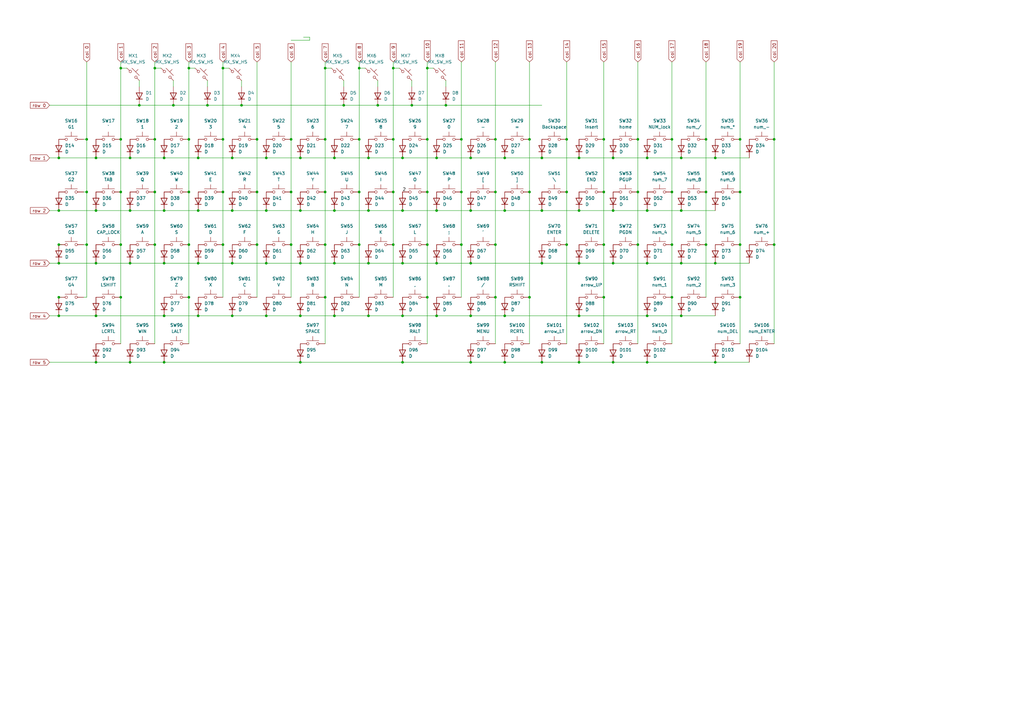
<source format=kicad_sch>
(kicad_sch (version 20231120) (generator "eeschema") (generator_version "8.0")
  (paper "A3")
  (junction (at 123.19 86.36))
  (junction (at 303.53 78.74))
  (junction (at 303.53 57.15))
  (junction (at 63.5 78.74))
  (junction (at 123.19 64.77))
  (junction (at 67.31 148.59))
  (junction (at 109.22 107.95))
  (junction (at 123.19 107.95))
  (junction (at 49.53 121.92))
  (junction (at 161.29 100.33))
  (junction (at 289.56 100.33))
  (junction (at 91.44 78.74))
  (junction (at 133.35 121.92))
  (junction (at 203.2 78.74))
  (junction (at 207.01 148.59))
  (junction (at 175.26 121.92))
  (junction (at 303.53 100.33))
  (junction (at 24.13 86.36))
  (junction (at 35.56 57.15))
  (junction (at 77.47 78.74))
  (junction (at 77.47 27.94))
  (junction (at 165.1 148.59))
  (junction (at 193.04 107.95))
  (junction (at 317.5 100.33))
  (junction (at 179.07 64.77))
  (junction (at 133.35 78.74))
  (junction (at 189.23 100.33))
  (junction (at 251.46 148.59))
  (junction (at 203.2 121.92))
  (junction (at 49.53 27.94))
  (junction (at 175.26 78.74))
  (junction (at 39.37 107.95))
  (junction (at 317.5 57.15))
  (junction (at 179.07 107.95))
  (junction (at 251.46 64.77))
  (junction (at 161.29 27.94))
  (junction (at 165.1 107.95))
  (junction (at 81.28 107.95))
  (junction (at 265.43 107.95))
  (junction (at 95.25 64.77))
  (junction (at 232.41 57.15))
  (junction (at 99.06 43.18))
  (junction (at 261.62 100.33))
  (junction (at 137.16 86.36))
  (junction (at 147.32 78.74))
  (junction (at 179.07 86.36))
  (junction (at 24.13 64.77))
  (junction (at 49.53 57.15))
  (junction (at 217.17 57.15))
  (junction (at 189.23 78.74))
  (junction (at 91.44 100.33))
  (junction (at 53.34 64.77))
  (junction (at 261.62 78.74))
  (junction (at 217.17 78.74))
  (junction (at 189.23 57.15))
  (junction (at 275.59 121.92))
  (junction (at 232.41 100.33))
  (junction (at 247.65 121.92))
  (junction (at 265.43 148.59))
  (junction (at 123.19 129.54))
  (junction (at 275.59 100.33))
  (junction (at 193.04 86.36))
  (junction (at 63.5 100.33))
  (junction (at 39.37 86.36))
  (junction (at 133.35 100.33))
  (junction (at 137.16 107.95))
  (junction (at 237.49 64.77))
  (junction (at 265.43 86.36))
  (junction (at 137.16 129.54))
  (junction (at 293.37 107.95))
  (junction (at 119.38 100.33))
  (junction (at 67.31 129.54))
  (junction (at 151.13 64.77))
  (junction (at 207.01 129.54))
  (junction (at 109.22 64.77))
  (junction (at 105.41 78.74))
  (junction (at 193.04 129.54))
  (junction (at 53.34 148.59))
  (junction (at 222.25 148.59))
  (junction (at 24.13 100.33))
  (junction (at 193.04 64.77))
  (junction (at 39.37 129.54))
  (junction (at 165.1 86.36))
  (junction (at 95.25 107.95))
  (junction (at 39.37 64.77))
  (junction (at 35.56 100.33))
  (junction (at 53.34 107.95))
  (junction (at 175.26 27.94))
  (junction (at 91.44 57.15))
  (junction (at 303.53 121.92))
  (junction (at 179.07 129.54))
  (junction (at 293.37 148.59))
  (junction (at 251.46 107.95))
  (junction (at 293.37 64.77))
  (junction (at 24.13 121.92))
  (junction (at 237.49 129.54))
  (junction (at 175.26 57.15))
  (junction (at 24.13 129.54))
  (junction (at 133.35 27.94))
  (junction (at 49.53 100.33))
  (junction (at 207.01 86.36))
  (junction (at 165.1 129.54))
  (junction (at 289.56 57.15))
  (junction (at 261.62 57.15))
  (junction (at 123.19 148.59))
  (junction (at 151.13 129.54))
  (junction (at 77.47 57.15))
  (junction (at 85.09 43.18))
  (junction (at 237.49 86.36))
  (junction (at 193.04 148.59))
  (junction (at 182.88 43.18))
  (junction (at 24.13 107.95))
  (junction (at 289.56 78.74))
  (junction (at 133.35 57.15))
  (junction (at 77.47 100.33))
  (junction (at 105.41 57.15))
  (junction (at 265.43 64.77))
  (junction (at 247.65 78.74))
  (junction (at 237.49 148.59))
  (junction (at 279.4 86.36))
  (junction (at 207.01 64.77))
  (junction (at 57.15 43.18))
  (junction (at 279.4 129.54))
  (junction (at 168.91 43.18))
  (junction (at 232.41 78.74))
  (junction (at 105.41 100.33))
  (junction (at 265.43 129.54))
  (junction (at 67.31 107.95))
  (junction (at 251.46 86.36))
  (junction (at 275.59 78.74))
  (junction (at 91.44 27.94))
  (junction (at 247.65 100.33))
  (junction (at 247.65 57.15))
  (junction (at 81.28 129.54))
  (junction (at 222.25 86.36))
  (junction (at 151.13 86.36))
  (junction (at 165.1 64.77))
  (junction (at 109.22 86.36))
  (junction (at 71.12 43.18))
  (junction (at 119.38 78.74))
  (junction (at 49.53 78.74))
  (junction (at 119.38 57.15))
  (junction (at 161.29 78.74))
  (junction (at 175.26 100.33))
  (junction (at 39.37 148.59))
  (junction (at 95.25 86.36))
  (junction (at 35.56 78.74))
  (junction (at 222.25 107.95))
  (junction (at 279.4 107.95))
  (junction (at 137.16 64.77))
  (junction (at 95.25 129.54))
  (junction (at 81.28 64.77))
  (junction (at 147.32 27.94))
  (junction (at 147.32 100.33))
  (junction (at 275.59 57.15))
  (junction (at 161.29 57.15))
  (junction (at 203.2 100.33))
  (junction (at 279.4 64.77))
  (junction (at 203.2 57.15))
  (junction (at 222.25 64.77))
  (junction (at 154.94 43.18))
  (junction (at 151.13 107.95))
  (junction (at 67.31 86.36))
  (junction (at 140.97 43.18))
  (junction (at 67.31 64.77))
  (junction (at 81.28 86.36))
  (junction (at 63.5 57.15))
  (junction (at 147.32 57.15))
  (junction (at 53.34 86.36))
  (junction (at 63.5 27.94))
  (junction (at 217.17 121.92))
  (junction (at 77.47 121.92))
  (junction (at 109.22 129.54))
  (junction (at 237.49 107.95))
  (wire (pts (xy 289.56 78.74) (xy 289.56 100.33)))
  (wire (pts (xy 165.1 107.95) (xy 179.07 107.95)))
  (wire (pts (xy 57.15 43.18) (xy 71.12 43.18)))
  (wire (pts (xy 161.29 100.33) (xy 161.29 121.92)))
  (wire (pts (xy 177.8 27.94) (xy 175.26 27.94)))
  (wire (pts (xy 91.44 27.94) (xy 91.44 57.15)))
  (wire (pts (xy 127 16.51) (xy 127 15.24)))
  (wire (pts (xy 203.2 25.4) (xy 203.2 57.15)))
  (wire (pts (xy 140.97 33.02) (xy 140.97 35.56)))
  (wire (pts (xy 119.38 25.4) (xy 119.38 57.15)))
  (wire (pts (xy 77.47 100.33) (xy 77.47 121.92)))
  (wire (pts (xy 179.07 107.95) (xy 193.04 107.95)))
  (wire (pts (xy 175.26 78.74) (xy 175.26 100.33)))
  (wire (pts (xy 151.13 64.77) (xy 165.1 64.77)))
  (wire (pts (xy 109.22 107.95) (xy 123.19 107.95)))
  (wire (pts (xy 165.1 86.36) (xy 179.07 86.36)))
  (wire (pts (xy 85.09 33.02) (xy 85.09 35.56)))
  (wire (pts (xy 303.53 121.92) (xy 303.53 140.97)))
  (wire (pts (xy 91.44 25.4) (xy 91.44 27.94)))
  (wire (pts (xy 91.44 57.15) (xy 91.44 78.74)))
  (wire (pts (xy 71.12 43.18) (xy 85.09 43.18)))
  (wire (pts (xy 81.28 129.54) (xy 95.25 129.54)))
  (wire (pts (xy 80.01 27.94) (xy 77.47 27.94)))
  (wire (pts (xy 81.28 86.36) (xy 95.25 86.36)))
  (wire (pts (xy 66.04 27.94) (xy 63.5 27.94)))
  (wire (pts (xy 247.65 78.74) (xy 247.65 100.33)))
  (wire (pts (xy 265.43 129.54) (xy 279.4 129.54)))
  (wire (pts (xy 133.35 27.94) (xy 133.35 57.15)))
  (wire (pts (xy 179.07 86.36) (xy 193.04 86.36)))
  (wire (pts (xy 20.32 107.95) (xy 24.13 107.95)))
  (wire (pts (xy 137.16 129.54) (xy 151.13 129.54)))
  (wire (pts (xy 39.37 86.36) (xy 53.34 86.36)))
  (wire (pts (xy 52.07 27.94) (xy 49.53 27.94)))
  (wire (pts (xy 203.2 57.15) (xy 203.2 78.74)))
  (wire (pts (xy 53.34 148.59) (xy 67.31 148.59)))
  (wire (pts (xy 77.47 25.4) (xy 77.47 27.94)))
  (wire (pts (xy 99.06 33.02) (xy 99.06 35.56)))
  (wire (pts (xy 251.46 64.77) (xy 265.43 64.77)))
  (wire (pts (xy 261.62 100.33) (xy 261.62 140.97)))
  (wire (pts (xy 247.65 57.15) (xy 247.65 78.74)))
  (wire (pts (xy 140.97 43.18) (xy 154.94 43.18)))
  (wire (pts (xy 53.34 64.77) (xy 67.31 64.77)))
  (wire (pts (xy 63.5 27.94) (xy 63.5 57.15)))
  (wire (pts (xy 193.04 107.95) (xy 222.25 107.95)))
  (wire (pts (xy 20.32 43.18) (xy 57.15 43.18)))
  (wire (pts (xy 247.65 121.92) (xy 247.65 140.97)))
  (wire (pts (xy 109.22 86.36) (xy 123.19 86.36)))
  (wire (pts (xy 189.23 78.74) (xy 189.23 100.33)))
  (wire (pts (xy 203.2 100.33) (xy 203.2 121.92)))
  (wire (pts (xy 105.41 25.4) (xy 105.41 57.15)))
  (wire (pts (xy 289.56 57.15) (xy 289.56 78.74)))
  (wire (pts (xy 303.53 25.4) (xy 303.53 57.15)))
  (wire (pts (xy 317.5 57.15) (xy 317.5 100.33)))
  (wire (pts (xy 35.56 57.15) (xy 35.56 78.74)))
  (wire (pts (xy 163.83 27.94) (xy 161.29 27.94)))
  (wire (pts (xy 95.25 129.54) (xy 109.22 129.54)))
  (wire (pts (xy 35.56 78.74) (xy 35.56 100.33)))
  (wire (pts (xy 77.47 78.74) (xy 77.47 100.33)))
  (wire (pts (xy 317.5 25.4) (xy 317.5 57.15)))
  (wire (pts (xy 77.47 27.94) (xy 77.47 57.15)))
  (wire (pts (xy 175.26 27.94) (xy 175.26 57.15)))
  (wire (pts (xy 123.19 107.95) (xy 137.16 107.95)))
  (wire (pts (xy 189.23 25.4) (xy 189.23 57.15)))
  (wire (pts (xy 24.13 107.95) (xy 39.37 107.95)))
  (wire (pts (xy 275.59 100.33) (xy 275.59 121.92)))
  (wire (pts (xy 123.19 64.77) (xy 137.16 64.77)))
  (wire (pts (xy 20.32 86.36) (xy 24.13 86.36)))
  (wire (pts (xy 193.04 148.59) (xy 207.01 148.59)))
  (wire (pts (xy 39.37 64.77) (xy 53.34 64.77)))
  (wire (pts (xy 261.62 57.15) (xy 261.62 78.74)))
  (wire (pts (xy 222.25 64.77) (xy 237.49 64.77)))
  (wire (pts (xy 133.35 100.33) (xy 133.35 121.92)))
  (wire (pts (xy 279.4 107.95) (xy 293.37 107.95)))
  (wire (pts (xy 261.62 25.4) (xy 261.62 57.15)))
  (wire (pts (xy 67.31 129.54) (xy 81.28 129.54)))
  (wire (pts (xy 217.17 78.74) (xy 217.17 121.92)))
  (wire (pts (xy 275.59 57.15) (xy 275.59 78.74)))
  (wire (pts (xy 175.26 57.15) (xy 175.26 78.74)))
  (wire (pts (xy 39.37 129.54) (xy 67.31 129.54)))
  (wire (pts (xy 77.47 121.92) (xy 77.47 140.97)))
  (wire (pts (xy 127 15.24) (xy 124.46 15.24)))
  (wire (pts (xy 99.06 43.18) (xy 140.97 43.18)))
  (wire (pts (xy 49.53 57.15) (xy 49.53 78.74)))
  (wire (pts (xy 91.44 78.74) (xy 91.44 100.33)))
  (wire (pts (xy 119.38 78.74) (xy 119.38 100.33)))
  (wire (pts (xy 105.41 78.74) (xy 105.41 100.33)))
  (wire (pts (xy 39.37 148.59) (xy 53.34 148.59)))
  (wire (pts (xy 193.04 86.36) (xy 207.01 86.36)))
  (wire (pts (xy 147.32 25.4) (xy 147.32 27.94)))
  (wire (pts (xy 39.37 107.95) (xy 53.34 107.95)))
  (wire (pts (xy 49.53 100.33) (xy 49.53 121.92)))
  (wire (pts (xy 24.13 86.36) (xy 39.37 86.36)))
  (wire (pts (xy 279.4 64.77) (xy 293.37 64.77)))
  (wire (pts (xy 63.5 100.33) (xy 63.5 140.97)))
  (wire (pts (xy 147.32 100.33) (xy 147.32 121.92)))
  (wire (pts (xy 71.12 33.02) (xy 71.12 35.56)))
  (wire (pts (xy 67.31 64.77) (xy 81.28 64.77)))
  (wire (pts (xy 81.28 64.77) (xy 95.25 64.77)))
  (wire (pts (xy 137.16 86.36) (xy 151.13 86.36)))
  (wire (pts (xy 251.46 107.95) (xy 265.43 107.95)))
  (wire (pts (xy 175.26 121.92) (xy 175.26 140.97)))
  (wire (pts (xy 137.16 107.95) (xy 151.13 107.95)))
  (wire (pts (xy 133.35 57.15) (xy 133.35 78.74)))
  (wire (pts (xy 149.86 27.94) (xy 147.32 27.94)))
  (wire (pts (xy 179.07 64.77) (xy 193.04 64.77)))
  (wire (pts (xy 275.59 78.74) (xy 275.59 100.33)))
  (wire (pts (xy 93.98 27.94) (xy 91.44 27.94)))
  (wire (pts (xy 168.91 43.18) (xy 182.88 43.18)))
  (wire (pts (xy 232.41 100.33) (xy 232.41 140.97)))
  (wire (pts (xy 168.91 33.02) (xy 168.91 35.56)))
  (wire (pts (xy 119.38 16.51) (xy 127 16.51)))
  (wire (pts (xy 179.07 129.54) (xy 193.04 129.54)))
  (wire (pts (xy 53.34 107.95) (xy 67.31 107.95)))
  (wire (pts (xy 77.47 57.15) (xy 77.47 78.74)))
  (wire (pts (xy 165.1 64.77) (xy 179.07 64.77)))
  (wire (pts (xy 293.37 107.95) (xy 307.34 107.95)))
  (wire (pts (xy 151.13 129.54) (xy 165.1 129.54)))
  (wire (pts (xy 232.41 57.15) (xy 232.41 78.74)))
  (wire (pts (xy 57.15 33.02) (xy 57.15 35.56)))
  (wire (pts (xy 119.38 57.15) (xy 119.38 78.74)))
  (wire (pts (xy 135.89 27.94) (xy 133.35 27.94)))
  (wire (pts (xy 217.17 57.15) (xy 217.17 78.74)))
  (wire (pts (xy 35.56 25.4) (xy 35.56 57.15)))
  (wire (pts (xy 151.13 107.95) (xy 165.1 107.95)))
  (wire (pts (xy 207.01 86.36) (xy 222.25 86.36)))
  (wire (pts (xy 20.32 64.77) (xy 24.13 64.77)))
  (wire (pts (xy 95.25 64.77) (xy 109.22 64.77)))
  (wire (pts (xy 247.65 100.33) (xy 247.65 121.92)))
  (wire (pts (xy 154.94 43.18) (xy 168.91 43.18)))
  (wire (pts (xy 24.13 100.33) (xy 25.4 100.33)))
  (wire (pts (xy 109.22 129.54) (xy 123.19 129.54)))
  (wire (pts (xy 317.5 100.33) (xy 317.5 140.97)))
  (wire (pts (xy 203.2 121.92) (xy 203.2 140.97)))
  (wire (pts (xy 265.43 148.59) (xy 293.37 148.59)))
  (wire (pts (xy 35.56 100.33) (xy 35.56 121.92)))
  (wire (pts (xy 237.49 148.59) (xy 251.46 148.59)))
  (wire (pts (xy 161.29 25.4) (xy 161.29 27.94)))
  (wire (pts (xy 63.5 57.15) (xy 63.5 78.74)))
  (wire (pts (xy 133.35 78.74) (xy 133.35 100.33)))
  (wire (pts (xy 261.62 78.74) (xy 261.62 100.33)))
  (wire (pts (xy 265.43 107.95) (xy 279.4 107.95)))
  (wire (pts (xy 24.13 121.92) (xy 25.4 121.92)))
  (wire (pts (xy 175.26 100.33) (xy 175.26 121.92)))
  (wire (pts (xy 251.46 148.59) (xy 265.43 148.59)))
  (wire (pts (xy 161.29 78.74) (xy 161.29 100.33)))
  (wire (pts (xy 67.31 107.95) (xy 81.28 107.95)))
  (wire (pts (xy 293.37 64.77) (xy 307.34 64.77)))
  (wire (pts (xy 193.04 64.77) (xy 207.01 64.77)))
  (wire (pts (xy 247.65 25.4) (xy 247.65 57.15)))
  (wire (pts (xy 222.25 86.36) (xy 237.49 86.36)))
  (wire (pts (xy 275.59 25.4) (xy 275.59 57.15)))
  (wire (pts (xy 222.25 107.95) (xy 237.49 107.95)))
  (wire (pts (xy 20.32 129.54) (xy 24.13 129.54)))
  (wire (pts (xy 34.29 100.33) (xy 35.56 100.33)))
  (wire (pts (xy 105.41 100.33) (xy 105.41 121.92)))
  (wire (pts (xy 81.28 107.95) (xy 95.25 107.95)))
  (wire (pts (xy 63.5 78.74) (xy 63.5 100.33)))
  (wire (pts (xy 189.23 57.15) (xy 189.23 78.74)))
  (wire (pts (xy 303.53 57.15) (xy 303.53 78.74)))
  (wire (pts (xy 279.4 86.36) (xy 293.37 86.36)))
  (wire (pts (xy 91.44 100.33) (xy 91.44 121.92)))
  (wire (pts (xy 53.34 86.36) (xy 67.31 86.36)))
  (wire (pts (xy 289.56 25.4) (xy 289.56 57.15)))
  (wire (pts (xy 193.04 129.54) (xy 207.01 129.54)))
  (wire (pts (xy 222.25 148.59) (xy 237.49 148.59)))
  (wire (pts (xy 133.35 25.4) (xy 133.35 27.94)))
  (wire (pts (xy 182.88 43.18) (xy 222.25 43.18)))
  (wire (pts (xy 147.32 27.94) (xy 147.32 57.15)))
  (wire (pts (xy 67.31 148.59) (xy 123.19 148.59)))
  (wire (pts (xy 119.38 100.33) (xy 119.38 121.92)))
  (wire (pts (xy 67.31 86.36) (xy 81.28 86.36)))
  (wire (pts (xy 137.16 64.77) (xy 151.13 64.77)))
  (wire (pts (xy 265.43 86.36) (xy 279.4 86.36)))
  (wire (pts (xy 182.88 33.02) (xy 182.88 35.56)))
  (wire (pts (xy 123.19 129.54) (xy 137.16 129.54)))
  (wire (pts (xy 24.13 64.77) (xy 39.37 64.77)))
  (wire (pts (xy 279.4 129.54) (xy 293.37 129.54)))
  (wire (pts (xy 207.01 148.59) (xy 222.25 148.59)))
  (wire (pts (xy 49.53 78.74) (xy 49.53 100.33)))
  (wire (pts (xy 232.41 25.4) (xy 232.41 57.15)))
  (wire (pts (xy 189.23 100.33) (xy 189.23 121.92)))
  (wire (pts (xy 265.43 64.77) (xy 279.4 64.77)))
  (wire (pts (xy 95.25 86.36) (xy 109.22 86.36)))
  (wire (pts (xy 217.17 25.4) (xy 217.17 57.15)))
  (wire (pts (xy 207.01 64.77) (xy 222.25 64.77)))
  (wire (pts (xy 175.26 25.4) (xy 175.26 27.94)))
  (wire (pts (xy 154.94 33.02) (xy 154.94 35.56)))
  (wire (pts (xy 237.49 64.77) (xy 251.46 64.77)))
  (wire (pts (xy 303.53 100.33) (xy 303.53 121.92)))
  (wire (pts (xy 303.53 78.74) (xy 303.53 100.33)))
  (wire (pts (xy 123.19 148.59) (xy 165.1 148.59)))
  (wire (pts (xy 35.56 57.15) (xy 34.29 57.15)))
  (wire (pts (xy 217.17 121.92) (xy 217.17 140.97)))
  (wire (pts (xy 85.09 43.18) (xy 99.06 43.18)))
  (wire (pts (xy 207.01 129.54) (xy 237.49 129.54)))
  (wire (pts (xy 293.37 148.59) (xy 307.34 148.59)))
  (wire (pts (xy 95.25 107.95) (xy 109.22 107.95)))
  (wire (pts (xy 49.53 27.94) (xy 49.53 57.15)))
  (wire (pts (xy 34.29 78.74) (xy 35.56 78.74)))
  (wire (pts (xy 165.1 148.59) (xy 193.04 148.59)))
  (wire (pts (xy 203.2 78.74) (xy 203.2 100.33)))
  (wire (pts (xy 109.22 64.77) (xy 123.19 64.77)))
  (wire (pts (xy 147.32 78.74) (xy 147.32 100.33)))
  (wire (pts (xy 123.19 86.36) (xy 137.16 86.36)))
  (wire (pts (xy 161.29 27.94) (xy 161.29 57.15)))
  (wire (pts (xy 35.56 121.92) (xy 34.29 121.92)))
  (wire (pts (xy 24.13 129.54) (xy 39.37 129.54)))
  (wire (pts (xy 147.32 57.15) (xy 147.32 78.74)))
  (wire (pts (xy 251.46 86.36) (xy 265.43 86.36)))
  (wire (pts (xy 133.35 121.92) (xy 133.35 140.97)))
  (wire (pts (xy 49.53 25.4) (xy 49.53 27.94)))
  (wire (pts (xy 49.53 121.92) (xy 49.53 140.97)))
  (wire (pts (xy 20.32 148.59) (xy 39.37 148.59)))
  (wire (pts (xy 151.13 86.36) (xy 165.1 86.36)))
  (wire (pts (xy 105.41 57.15) (xy 105.41 78.74)))
  (wire (pts (xy 237.49 86.36) (xy 251.46 86.36)))
  (wire (pts (xy 232.41 78.74) (xy 232.41 100.33)))
  (wire (pts (xy 237.49 129.54) (xy 265.43 129.54)))
  (wire (pts (xy 161.29 57.15) (xy 161.29 78.74)))
  (wire (pts (xy 165.1 129.54) (xy 179.07 129.54)))
  (wire (pts (xy 237.49 107.95) (xy 251.46 107.95)))
  (wire (pts (xy 289.56 100.33) (xy 289.56 121.92)))
  (wire (pts (xy 63.5 25.4) (xy 63.5 27.94)))
  (wire (pts (xy 275.59 121.92) (xy 275.59 140.97)))
  (label "2" (at 165.1 78.74 0))
  (global_label "row 5" (shape input) (at 20.32 148.59 180) (property "Intersheetrefs" "${INTERSHEET_REFS}" (effects (hide yes))))
  (global_label "row 1" (shape input) (at 20.32 64.77 180) (property "Intersheetrefs" "${INTERSHEET_REFS}" (effects (hide yes))))
  (global_label "col 12" (shape input) (at 203.2 25.4 90) (property "Intersheetrefs" "${INTERSHEET_REFS}" (effects (hide yes))))
  (global_label "col 19" (shape input) (at 303.53 25.4 90) (property "Intersheetrefs" "${INTERSHEET_REFS}" (effects (hide yes))))
  (global_label "col 4" (shape input) (at 91.44 25.4 90) (property "Intersheetrefs" "${INTERSHEET_REFS}" (effects (hide yes))))
  (global_label "col 16" (shape input) (at 261.62 25.4 90) (property "Intersheetrefs" "${INTERSHEET_REFS}" (effects (hide yes))))
  (global_label "col 2" (shape input) (at 63.5 25.4 90) (property "Intersheetrefs" "${INTERSHEET_REFS}" (effects (hide yes))))
  (global_label "row 0" (shape input) (at 20.32 43.18 180) (property "Intersheetrefs" "${INTERSHEET_REFS}" (effects (hide yes))))
  (global_label "col 18" (shape input) (at 289.56 25.4 90) (property "Intersheetrefs" "${INTERSHEET_REFS}" (effects (hide yes))))
  (global_label "col 9" (shape input) (at 161.29 25.4 90) (property "Intersheetrefs" "${INTERSHEET_REFS}" (effects (hide yes))))
  (global_label "col 3" (shape input) (at 77.47 25.4 90) (property "Intersheetrefs" "${INTERSHEET_REFS}" (effects (hide yes))))
  (global_label "col 15" (shape input) (at 247.65 25.4 90) (property "Intersheetrefs" "${INTERSHEET_REFS}" (effects (hide yes))))
  (global_label "row 4" (shape input) (at 20.32 129.54 180) (property "Intersheetrefs" "${INTERSHEET_REFS}" (effects (hide yes))))
  (global_label "col 8" (shape input) (at 147.32 25.4 90) (property "Intersheetrefs" "${INTERSHEET_REFS}" (effects (hide yes))))
  (global_label "col 10" (shape input) (at 175.26 25.4 90) (property "Intersheetrefs" "${INTERSHEET_REFS}" (effects (hide yes))))
  (global_label "col 14" (shape input) (at 232.41 25.4 90) (property "Intersheetrefs" "${INTERSHEET_REFS}" (effects (hide yes))))
  (global_label "col 1" (shape input) (at 49.53 25.4 90) (property "Intersheetrefs" "${INTERSHEET_REFS}" (effects (hide yes))))
  (global_label "col 6" (shape input) (at 119.38 25.4 90) (property "Intersheetrefs" "${INTERSHEET_REFS}" (effects (hide yes))))
  (global_label "col 20" (shape input) (at 317.5 25.4 90) (property "Intersheetrefs" "${INTERSHEET_REFS}" (effects (hide yes))))
  (global_label "row 3" (shape input) (at 20.32 107.95 180) (property "Intersheetrefs" "${INTERSHEET_REFS}" (effects (hide yes))))
  (global_label "col 0" (shape input) (at 35.56 25.4 90) (property "Intersheetrefs" "${INTERSHEET_REFS}" (effects (hide yes))))
  (global_label "col 5" (shape input) (at 105.41 25.4 90) (property "Intersheetrefs" "${INTERSHEET_REFS}" (effects (hide yes))))
  (global_label "col 7" (shape input) (at 133.35 25.4 90) (property "Intersheetrefs" "${INTERSHEET_REFS}" (effects (hide yes))))
  (global_label "col 11" (shape input) (at 189.23 25.4 90) (property "Intersheetrefs" "${INTERSHEET_REFS}" (effects (hide yes))))
  (global_label "col 17" (shape input) (at 275.59 25.4 90) (property "Intersheetrefs" "${INTERSHEET_REFS}" (effects (hide yes))))
  (global_label "col 13" (shape input) (at 217.17 25.4 90) (property "Intersheetrefs" "${INTERSHEET_REFS}" (effects (hide yes))))
  (global_label "row 2" (shape input) (at 20.32 86.36 180) (property "Intersheetrefs" "${INTERSHEET_REFS}" (effects (hide yes))))
  (symbol (lib_id "Device:D") (at 279.4 104.14 90) (unit 1)
    (property "Reference" "D72" (at 281.94 102.8699 90) (effects (justify right)))
    (property "Value" "D" (at 281.94 105.4099 90) (effects (justify right)))
    (property "Footprint" "Diode_SMD:D_SOD-123" (effects (hide yes)))
    (property "Description" "Diode" (effects (hide yes)))
    (property "Sim.Device" "D" (effects (hide yes)))
    (property "Sim.Pins" "1=K 2=A" (effects (hide yes)))
  )
  (symbol (lib_id "Switch:SW_Push") (at 58.42 140.97 0) (mirror y) (unit 1)
    (property "Reference" "SW95" (at 58.42 133.35 0))
    (property "Value" "WIN" (at 58.42 135.89 0))
    (property "Footprint" "Alps_Only:ALPS-1.25U" (effects (hide yes)))
    (property "Description" "Push button switch, generic, two pins" (effects (hide yes)))
  )
  (symbol (lib_id "Switch:SW_Push") (at 242.57 100.33 0) (mirror y) (unit 1)
    (property "Reference" "SW71" (at 242.57 92.71 0))
    (property "Value" "DELETE" (at 242.57 95.25 0))
    (property "Footprint" "Alps_Only:ALPS-1U" (effects (hide yes)))
    (property "Description" "Push button switch, generic, two pins" (effects (hide yes)))
  )
  (symbol (lib_id "Switch:SW_Push") (at 198.12 100.33 0) (mirror y) (unit 1)
    (property "Reference" "SW69" (at 198.12 92.71 0))
    (property "Value" "'" (at 198.12 95.25 0))
    (property "Footprint" "Alps_Only:ALPS-1U" (effects (hide yes)))
    (property "Description" "Push button switch, generic, two pins" (effects (hide yes)))
  )
  (symbol (lib_id "Switch:SW_Push") (at 114.3 121.92 0) (mirror y) (unit 1)
    (property "Reference" "SW82" (at 114.3 114.3 0))
    (property "Value" "V" (at 114.3 116.84 0))
    (property "Footprint" "Alps_Only:ALPS-1U" (effects (hide yes)))
    (property "Description" "Push button switch, generic, two pins" (effects (hide yes)))
  )
  (symbol (lib_id "Device:D") (at 123.19 125.73 90) (unit 1)
    (property "Reference" "D81" (at 125.73 124.4599 90) (effects (justify right)))
    (property "Value" "D" (at 125.73 126.9999 90) (effects (justify right)))
    (property "Footprint" "Diode_SMD:D_SOD-123" (effects (hide yes)))
    (property "Description" "Diode" (effects (hide yes)))
    (property "Sim.Device" "D" (effects (hide yes)))
    (property "Sim.Pins" "1=K 2=A" (effects (hide yes)))
  )
  (symbol (lib_id "Switch:SW_Push") (at 100.33 121.92 0) (mirror y) (unit 1)
    (property "Reference" "SW81" (at 100.33 114.3 0))
    (property "Value" "C" (at 100.33 116.84 0))
    (property "Footprint" "Alps_Only:ALPS-1U" (effects (hide yes)))
    (property "Description" "Push button switch, generic, two pins" (effects (hide yes)))
  )
  (symbol (lib_id "PCM_marbastlib-mx:MX_SW_HS_CPG151101S11") (at 82.55 30.48 0) (unit 1)
    (property "Reference" "MX3" (at 82.55 22.86 0))
    (property "Value" "MX_SW_HS" (at 82.55 25.4 0))
    (property "Footprint" "PCM_marbastlib-mx:SW_MX_HS_CPG151101S11_1u" (effects (hide yes)))
    (property "Description" "Push button switch, normally open, two pins, 45° tilted, Kailh CPG151101S11 for Cherry MX style switches" (effects (hide yes)))
  )
  (symbol (lib_id "Device:D") (at 109.22 125.73 90) (unit 1)
    (property "Reference" "D80" (at 111.76 124.4599 90) (effects (justify right)))
    (property "Value" "D" (at 111.76 126.9999 90) (effects (justify right)))
    (property "Footprint" "Diode_SMD:D_SOD-123" (effects (hide yes)))
    (property "Description" "Diode" (effects (hide yes)))
    (property "Sim.Device" "D" (effects (hide yes)))
    (property "Sim.Pins" "1=K 2=A" (effects (hide yes)))
  )
  (symbol (lib_id "Device:D") (at 151.13 82.55 90) (unit 1)
    (property "Reference" "D44" (at 153.67 81.2799 90) (effects (justify right)))
    (property "Value" "D" (at 153.67 83.8199 90) (effects (justify right)))
    (property "Footprint" "Diode_SMD:D_SOD-123" (effects (hide yes)))
    (property "Description" "Diode" (effects (hide yes)))
    (property "Sim.Device" "D" (effects (hide yes)))
    (property "Sim.Pins" "1=K 2=A" (effects (hide yes)))
  )
  (symbol (lib_id "Switch:SW_Push") (at 128.27 100.33 0) (mirror y) (unit 1)
    (property "Reference" "SW64" (at 128.27 92.71 0))
    (property "Value" "H" (at 128.27 95.25 0))
    (property "Footprint" "Alps_Only:ALPS-1U" (effects (hide yes)))
    (property "Description" "Push button switch, generic, two pins" (effects (hide yes)))
  )
  (symbol (lib_id "Device:D") (at 237.49 125.73 90) (unit 1)
    (property "Reference" "D88" (at 240.03 124.4599 90) (effects (justify right)))
    (property "Value" "D" (at 240.03 126.9999 90) (effects (justify right)))
    (property "Footprint" "Diode_SMD:D_SOD-123" (effects (hide yes)))
    (property "Description" "Diode" (effects (hide yes)))
    (property "Sim.Device" "D" (effects (hide yes)))
    (property "Sim.Pins" "1=K 2=A" (effects (hide yes)))
  )
  (symbol (lib_id "Switch:SW_Push") (at 270.51 57.15 0) (mirror y) (unit 1)
    (property "Reference" "SW33" (at 270.51 49.53 0))
    (property "Value" "NUM_lock" (at 270.51 52.07 0))
    (property "Footprint" "Alps_Only:ALPS-1U" (effects (hide yes)))
    (property "Description" "Push button switch, generic, two pins" (effects (hide yes)))
  )
  (symbol (lib_id "Device:D") (at 123.19 144.78 90) (unit 1)
    (property "Reference" "D95" (at 125.73 143.5099 90) (effects (justify right)))
    (property "Value" "D" (at 125.73 146.0499 90) (effects (justify right)))
    (property "Footprint" "Diode_SMD:D_SOD-123" (effects (hide yes)))
    (property "Description" "Diode" (effects (hide yes)))
    (property "Sim.Device" "D" (effects (hide yes)))
    (property "Sim.Pins" "1=K 2=A" (effects (hide yes)))
  )
  (symbol (lib_id "Device:D") (at 207.01 125.73 90) (unit 1)
    (property "Reference" "D87" (at 209.55 124.4599 90) (effects (justify right)))
    (property "Value" "D" (at 209.55 126.9999 90) (effects (justify right)))
    (property "Footprint" "Diode_SMD:D_SOD-123" (effects (hide yes)))
    (property "Description" "Diode" (effects (hide yes)))
    (property "Sim.Device" "D" (effects (hide yes)))
    (property "Sim.Pins" "1=K 2=A" (effects (hide yes)))
  )
  (symbol (lib_id "Device:D") (at 179.07 82.55 90) (unit 1)
    (property "Reference" "D46" (at 181.61 81.2799 90) (effects (justify right)))
    (property "Value" "D" (at 181.61 83.8199 90) (effects (justify right)))
    (property "Footprint" "Diode_SMD:D_SOD-123" (effects (hide yes)))
    (property "Description" "Diode" (effects (hide yes)))
    (property "Sim.Device" "D" (effects (hide yes)))
    (property "Sim.Pins" "1=K 2=A" (effects (hide yes)))
  )
  (symbol (lib_id "Switch:SW_Push") (at 72.39 121.92 0) (mirror y) (unit 1)
    (property "Reference" "SW79" (at 72.39 114.3 0))
    (property "Value" "Z" (at 72.39 116.84 0))
    (property "Footprint" "Alps_Only:ALPS-1U" (effects (hide yes)))
    (property "Description" "Push button switch, generic, two pins" (effects (hide yes)))
  )
  (symbol (lib_id "PCM_marbastlib-mx:MX_SW_HS_CPG151101S11") (at 138.43 30.48 0) (unit 1)
    (property "Reference" "MX5" (at 138.43 22.86 0))
    (property "Value" "MX_SW_HS" (at 138.43 25.4 0))
    (property "Footprint" "PCM_marbastlib-mx:SW_MX_HS_CPG151101S11_1u" (effects (hide yes)))
    (property "Description" "Push button switch, normally open, two pins, 45° tilted, Kailh CPG151101S11 for Cherry MX style switches" (effects (hide yes)))
  )
  (symbol (lib_id "Device:D") (at 71.12 39.37 90) (unit 1)
    (property "Reference" "D2" (at 73.66 38.0999 90) (effects (justify right)))
    (property "Value" "D" (at 73.66 40.6399 90) (effects (justify right)))
    (property "Footprint" "Diode_SMD:D_SOD-123" (effects (hide yes)))
    (property "Description" "Diode" (effects (hide yes)))
    (property "Sim.Device" "D" (effects (hide yes)))
    (property "Sim.Pins" "1=K 2=A" (effects (hide yes)))
  )
  (symbol (lib_id "Device:D") (at 95.25 125.73 90) (unit 1)
    (property "Reference" "D79" (at 97.79 124.4599 90) (effects (justify right)))
    (property "Value" "D" (at 97.79 126.9999 90) (effects (justify right)))
    (property "Footprint" "Diode_SMD:D_SOD-123" (effects (hide yes)))
    (property "Description" "Diode" (effects (hide yes)))
    (property "Sim.Device" "D" (effects (hide yes)))
    (property "Sim.Pins" "1=K 2=A" (effects (hide yes)))
  )
  (symbol (lib_id "Device:D") (at 222.25 144.78 90) (unit 1)
    (property "Reference" "D99" (at 224.79 143.5099 90) (effects (justify right)))
    (property "Value" "D" (at 224.79 146.0499 90) (effects (justify right)))
    (property "Footprint" "Diode_SMD:D_SOD-123" (effects (hide yes)))
    (property "Description" "Diode" (effects (hide yes)))
    (property "Sim.Device" "D" (effects (hide yes)))
    (property "Sim.Pins" "1=K 2=A" (effects (hide yes)))
  )
  (symbol (lib_id "Switch:SW_Push") (at 114.3 78.74 0) (mirror y) (unit 1)
    (property "Reference" "SW43" (at 114.3 71.12 0))
    (property "Value" "T" (at 114.3 73.66 0))
    (property "Footprint" "Alps_Only:ALPS-1U" (effects (hide yes)))
    (property "Description" "Push button switch, generic, two pins" (effects (hide yes)))
  )
  (symbol (lib_id "Switch:SW_Push") (at 227.33 57.15 0) (mirror y) (unit 1)
    (property "Reference" "SW30" (at 227.33 49.53 0))
    (property "Value" "Backspace" (at 227.33 52.07 0))
    (property "Footprint" "Alps_Only:ALPS-1.75U" (effects (hide yes)))
    (property "Description" "Push button switch, generic, two pins" (effects (hide yes)))
  )
  (symbol (lib_id "Device:D") (at 307.34 60.96 90) (unit 1)
    (property "Reference" "D34" (at 309.88 59.6899 90) (effects (justify right)))
    (property "Value" "D" (at 309.88 62.2299 90) (effects (justify right)))
    (property "Footprint" "Diode_SMD:D_SOD-123" (effects (hide yes)))
    (property "Description" "Diode" (effects (hide yes)))
    (property "Sim.Device" "D" (effects (hide yes)))
    (property "Sim.Pins" "1=K 2=A" (effects (hide yes)))
  )
  (symbol (lib_id "Switch:SW_Push") (at 29.21 100.33 0) (mirror y) (unit 1)
    (property "Reference" "SW57" (at 29.21 92.71 0))
    (property "Value" "G3" (at 29.21 95.25 0))
    (property "Footprint" "Alps_Only:ALPS-1U" (effects (hide yes)))
    (property "Description" "Push button switch, generic, two pins" (effects (hide yes)))
  )
  (symbol (lib_id "Device:D") (at 67.31 82.55 90) (unit 1)
    (property "Reference" "D38" (at 69.85 81.2799 90) (effects (justify right)))
    (property "Value" "D" (at 69.85 83.8199 90) (effects (justify right)))
    (property "Footprint" "Diode_SMD:D_SOD-123" (effects (hide yes)))
    (property "Description" "Diode" (effects (hide yes)))
    (property "Sim.Device" "D" (effects (hide yes)))
    (property "Sim.Pins" "1=K 2=A" (effects (hide yes)))
  )
  (symbol (lib_id "Switch:SW_Push") (at 312.42 57.15 0) (mirror y) (unit 1)
    (property "Reference" "SW36" (at 312.42 49.53 0))
    (property "Value" "num_-" (at 312.42 52.07 0))
    (property "Footprint" "Alps_Only:ALPS-1U" (effects (hide yes)))
    (property "Description" "Push button switch, generic, two pins" (effects (hide yes)))
  )
  (symbol (lib_id "PCM_marbastlib-mx:MX_SW_HS_CPG151101S11") (at 96.52 30.48 0) (unit 1)
    (property "Reference" "MX4" (at 96.52 22.86 0))
    (property "Value" "MX_SW_HS" (at 96.52 25.4 0))
    (property "Footprint" "PCM_marbastlib-mx:SW_MX_HS_CPG151101S11_1u" (effects (hide yes)))
    (property "Description" "Push button switch, normally open, two pins, 45° tilted, Kailh CPG151101S11 for Cherry MX style switches" (effects (hide yes)))
  )
  (symbol (lib_id "Switch:SW_Push") (at 184.15 78.74 0) (mirror y) (unit 1)
    (property "Reference" "SW48" (at 184.15 71.12 0))
    (property "Value" "P" (at 184.15 73.66 0))
    (property "Footprint" "Alps_Only:ALPS-1U" (effects (hide yes)))
    (property "Description" "Push button switch, generic, two pins" (effects (hide yes)))
  )
  (symbol (lib_id "Device:D") (at 137.16 104.14 90) (unit 1)
    (property "Reference" "D63" (at 139.7 102.8699 90) (effects (justify right)))
    (property "Value" "D" (at 139.7 105.4099 90) (effects (justify right)))
    (property "Footprint" "Diode_SMD:D_SOD-123" (effects (hide yes)))
    (property "Description" "Diode" (effects (hide yes)))
    (property "Sim.Device" "D" (effects (hide yes)))
    (property "Sim.Pins" "1=K 2=A" (effects (hide yes)))
  )
  (symbol (lib_id "Device:D") (at 222.25 82.55 90) (unit 1)
    (property "Reference" "D49" (at 224.79 81.2799 90) (effects (justify right)))
    (property "Value" "D" (at 224.79 83.8199 90) (effects (justify right)))
    (property "Footprint" "Diode_SMD:D_SOD-123" (effects (hide yes)))
    (property "Description" "Diode" (effects (hide yes)))
    (property "Sim.Device" "D" (effects (hide yes)))
    (property "Sim.Pins" "1=K 2=A" (effects (hide yes)))
  )
  (symbol (lib_id "Switch:SW_Push") (at 128.27 121.92 0) (mirror y) (unit 1)
    (property "Reference" "SW83" (at 128.27 114.3 0))
    (property "Value" "B" (at 128.27 116.84 0))
    (property "Footprint" "Alps_Only:ALPS-1U" (effects (hide yes)))
    (property "Description" "Push button switch, generic, two pins" (effects (hide yes)))
  )
  (symbol (lib_id "Device:D") (at 24.13 125.73 90) (unit 1)
    (property "Reference" "D75" (at 26.67 124.4599 90) (effects (justify right)))
    (property "Value" "D" (at 26.67 126.9999 90) (effects (justify right)))
    (property "Footprint" "Diode_SMD:D_SOD-123" (effects (hide yes)))
    (property "Description" "Diode" (effects (hide yes)))
    (property "Sim.Device" "D" (effects (hide yes)))
    (property "Sim.Pins" "1=K 2=A" (effects (hide yes)))
  )
  (symbol (lib_id "Switch:SW_Push") (at 114.3 57.15 0) (mirror y) (unit 1)
    (property "Reference" "SW22" (at 114.3 49.53 0))
    (property "Value" "5" (at 114.3 52.07 0))
    (property "Footprint" "Alps_Only:ALPS-1U" (effects (hide yes)))
    (property "Description" "Push button switch, generic, two pins" (effects (hide yes)))
  )
  (symbol (lib_id "Device:D") (at 24.13 60.96 90) (unit 1)
    (property "Reference" "D14" (at 26.67 59.6899 90) (effects (justify right)))
    (property "Value" "D" (at 26.67 62.2299 90) (effects (justify right)))
    (property "Footprint" "Diode_SMD:D_SOD-123" (effects (hide yes)))
    (property "Description" "Diode" (effects (hide yes)))
    (property "Sim.Device" "D" (effects (hide yes)))
    (property "Sim.Pins" "1=K 2=A" (effects (hide yes)))
  )
  (symbol (lib_id "Device:D") (at 154.94 39.37 90) (unit 1)
    (property "Reference" "D6" (at 157.48 38.0999 90) (effects (justify right)))
    (property "Value" "D" (at 157.48 40.6399 90) (effects (justify right)))
    (property "Footprint" "Diode_SMD:D_SOD-123" (effects (hide yes)))
    (property "Description" "Diode" (effects (hide yes)))
    (property "Sim.Device" "D" (effects (hide yes)))
    (property "Sim.Pins" "1=K 2=A" (effects (hide yes)))
  )
  (symbol (lib_id "Switch:SW_Push") (at 270.51 140.97 0) (mirror y) (unit 1)
    (property "Reference" "SW104" (at 270.51 133.35 0))
    (property "Value" "num_0" (at 270.51 135.89 0))
    (property "Footprint" "Alps_Only:ALPS-2U" (effects (hide yes)))
    (property "Description" "Push button switch, generic, two pins" (effects (hide yes)))
  )
  (symbol (lib_id "Device:D") (at 279.4 82.55 90) (unit 1)
    (property "Reference" "D53" (at 281.94 81.2799 90) (effects (justify right)))
    (property "Value" "D" (at 281.94 83.8199 90) (effects (justify right)))
    (property "Footprint" "Diode_SMD:D_SOD-123" (effects (hide yes)))
    (property "Description" "Diode" (effects (hide yes)))
    (property "Sim.Device" "D" (effects (hide yes)))
    (property "Sim.Pins" "1=K 2=A" (effects (hide yes)))
  )
  (symbol (lib_id "Device:D") (at 39.37 144.78 90) (unit 1)
    (property "Reference" "D92" (at 41.91 143.5099 90) (effects (justify right)))
    (property "Value" "D" (at 41.91 146.0499 90) (effects (justify right)))
    (property "Footprint" "Diode_SMD:D_SOD-123" (effects (hide yes)))
    (property "Description" "Diode" (effects (hide yes)))
    (property "Sim.Device" "D" (effects (hide yes)))
    (property "Sim.Pins" "1=K 2=A" (effects (hide yes)))
  )
  (symbol (lib_id "Switch:SW_Push") (at 242.57 78.74 0) (mirror y) (unit 1)
    (property "Reference" "SW52" (at 242.57 71.12 0))
    (property "Value" "END" (at 242.57 73.66 0))
    (property "Footprint" "Alps_Only:ALPS-1U" (effects (hide yes)))
    (property "Description" "Push button switch, generic, two pins" (effects (hide yes)))
  )
  (symbol (lib_id "Device:D") (at 265.43 104.14 90) (unit 1)
    (property "Reference" "D71" (at 267.97 102.8699 90) (effects (justify right)))
    (property "Value" "D" (at 267.97 105.4099 90) (effects (justify right)))
    (property "Footprint" "Diode_SMD:D_SOD-123" (effects (hide yes)))
    (property "Description" "Diode" (effects (hide yes)))
    (property "Sim.Device" "D" (effects (hide yes)))
    (property "Sim.Pins" "1=K 2=A" (effects (hide yes)))
  )
  (symbol (lib_id "Device:D") (at 81.28 104.14 90) (unit 1)
    (property "Reference" "D59" (at 83.82 102.8699 90) (effects (justify right)))
    (property "Value" "D" (at 83.82 105.4099 90) (effects (justify right)))
    (property "Footprint" "Diode_SMD:D_SOD-123" (effects (hide yes)))
    (property "Description" "Diode" (effects (hide yes)))
    (property "Sim.Device" "D" (effects (hide yes)))
    (property "Sim.Pins" "1=K 2=A" (effects (hide yes)))
  )
  (symbol (lib_id "Device:D") (at 207.01 144.78 90) (unit 1)
    (property "Reference" "D98" (at 209.55 143.5099 90) (effects (justify right)))
    (property "Value" "D" (at 209.55 146.0499 90) (effects (justify right)))
    (property "Footprint" "Diode_SMD:D_SOD-123" (effects (hide yes)))
    (property "Description" "Diode" (effects (hide yes)))
    (property "Sim.Device" "D" (effects (hide yes)))
    (property "Sim.Pins" "1=K 2=A" (effects (hide yes)))
  )
  (symbol (lib_id "Switch:SW_Push") (at 270.51 121.92 0) (mirror y) (unit 1)
    (property "Reference" "SW91" (at 270.51 114.3 0))
    (property "Value" "num_1" (at 270.51 116.84 0))
    (property "Footprint" "Alps_Only:ALPS-1U" (effects (hide yes)))
    (property "Description" "Push button switch, generic, two pins" (effects (hide yes)))
  )
  (symbol (lib_id "Switch:SW_Push") (at 284.48 100.33 0) (mirror y) (unit 1)
    (property "Reference" "SW74" (at 284.48 92.71 0))
    (property "Value" "num_5" (at 284.48 95.25 0))
    (property "Footprint" "Alps_Only:ALPS-1U" (effects (hide yes)))
    (property "Description" "Push button switch, generic, two pins" (effects (hide yes)))
  )
  (symbol (lib_id "PCM_marbastlib-mx:MX_SW_HS_CPG151101S11") (at 54.61 30.48 0) (unit 1)
    (property "Reference" "MX1" (at 54.61 22.86 0))
    (property "Value" "MX_SW_HS" (at 54.61 25.4 0))
    (property "Footprint" "PCM_marbastlib-mx:SW_MX_HS_CPG151101S11_1u" (effects (hide yes)))
    (property "Description" "Push button switch, normally open, two pins, 45° tilted, Kailh CPG151101S11 for Cherry MX style switches" (effects (hide yes)))
  )
  (symbol (lib_id "Device:D") (at 57.15 39.37 90) (unit 1)
    (property "Reference" "D1" (at 59.69 38.0999 90) (effects (justify right)))
    (property "Value" "D" (at 59.69 40.6399 90) (effects (justify right)))
    (property "Footprint" "Diode_SMD:D_SOD-123" (effects (hide yes)))
    (property "Description" "Diode" (effects (hide yes)))
    (property "Sim.Device" "D" (effects (hide yes)))
    (property "Sim.Pins" "1=K 2=A" (effects (hide yes)))
  )
  (symbol (lib_id "Switch:SW_Push") (at 72.39 100.33 0) (mirror y) (unit 1)
    (property "Reference" "SW60" (at 72.39 92.71 0))
    (property "Value" "S" (at 72.39 95.25 0))
    (property "Footprint" "Alps_Only:ALPS-1U" (effects (hide yes)))
    (property "Description" "Push button switch, generic, two pins" (effects (hide yes)))
  )
  (symbol (lib_id "Device:D") (at 265.43 60.96 90) (unit 1)
    (property "Reference" "D31" (at 267.97 59.6899 90) (effects (justify right)))
    (property "Value" "D" (at 267.97 62.2299 90) (effects (justify right)))
    (property "Footprint" "Diode_SMD:D_SOD-123" (effects (hide yes)))
    (property "Description" "Diode" (effects (hide yes)))
    (property "Sim.Device" "D" (effects (hide yes)))
    (property "Sim.Pins" "1=K 2=A" (effects (hide yes)))
  )
  (symbol (lib_id "Switch:SW_Push") (at 170.18 121.92 0) (mirror y) (unit 1)
    (property "Reference" "SW86" (at 170.18 114.3 0))
    (property "Value" "," (at 170.18 116.84 0))
    (property "Footprint" "Alps_Only:ALPS-1U" (effects (hide yes)))
    (property "Description" "Push button switch, generic, two pins" (effects (hide yes)))
  )
  (symbol (lib_id "Switch:SW_Push") (at 312.42 140.97 0) (mirror y) (unit 1)
    (property "Reference" "SW106" (at 312.42 133.35 0))
    (property "Value" "num_ENTER" (at 312.42 135.89 0))
    (property "Footprint" "Alps_Only:ALPS-2U" (effects (hide yes)))
    (property "Description" "Push button switch, generic, two pins" (effects (hide yes)))
  )
  (symbol (lib_id "Device:D") (at 81.28 125.73 90) (unit 1)
    (property "Reference" "D78" (at 83.82 124.4599 90) (effects (justify right)))
    (property "Value" "D" (at 83.82 126.9999 90) (effects (justify right)))
    (property "Footprint" "Diode_SMD:D_SOD-123" (effects (hide yes)))
    (property "Description" "Diode" (effects (hide yes)))
    (property "Sim.Device" "D" (effects (hide yes)))
    (property "Sim.Pins" "1=K 2=A" (effects (hide yes)))
  )
  (symbol (lib_id "Switch:SW_Push") (at 128.27 78.74 0) (mirror y) (unit 1)
    (property "Reference" "SW44" (at 128.27 71.12 0))
    (property "Value" "Y" (at 128.27 73.66 0))
    (property "Footprint" "Alps_Only:ALPS-1U" (effects (hide yes)))
    (property "Description" "Push button switch, generic, two pins" (effects (hide yes)))
  )
  (symbol (lib_id "Device:D") (at 67.31 125.73 90) (unit 1)
    (property "Reference" "D77" (at 69.85 124.4599 90) (effects (justify right)))
    (property "Value" "D" (at 69.85 126.9999 90) (effects (justify right)))
    (property "Footprint" "Diode_SMD:D_SOD-123" (effects (hide yes)))
    (property "Description" "Diode" (effects (hide yes)))
    (property "Sim.Device" "D" (effects (hide yes)))
    (property "Sim.Pins" "1=K 2=A" (effects (hide yes)))
  )
  (symbol (lib_id "Switch:SW_Push") (at 142.24 100.33 0) (mirror y) (unit 1)
    (property "Reference" "SW65" (at 142.24 92.71 0))
    (property "Value" "J" (at 142.24 95.25 0))
    (property "Footprint" "Alps_Only:ALPS-1U" (effects (hide yes)))
    (property "Description" "Push button switch, generic, two pins" (effects (hide yes)))
  )
  (symbol (lib_id "Device:D") (at 251.46 60.96 90) (unit 1)
    (property "Reference" "D30" (at 254 59.6899 90) (effects (justify right)))
    (property "Value" "D" (at 254 62.2299 90) (effects (justify right)))
    (property "Footprint" "Diode_SMD:D_SOD-123" (effects (hide yes)))
    (property "Description" "Diode" (effects (hide yes)))
    (property "Sim.Device" "D" (effects (hide yes)))
    (property "Sim.Pins" "1=K 2=A" (effects (hide yes)))
  )
  (symbol (lib_id "Device:D") (at 237.49 82.55 90) (unit 1)
    (property "Reference" "D50" (at 240.03 81.2799 90) (effects (justify right)))
    (property "Value" "D" (at 240.03 83.8199 90) (effects (justify right)))
    (property "Footprint" "Diode_SMD:D_SOD-123" (effects (hide yes)))
    (property "Description" "Diode" (effects (hide yes)))
    (property "Sim.Device" "D" (effects (hide yes)))
    (property "Sim.Pins" "1=K 2=A" (effects (hide yes)))
  )
  (symbol (lib_id "Switch:SW_Push") (at 100.33 100.33 0) (mirror y) (unit 1)
    (property "Reference" "SW62" (at 100.33 92.71 0))
    (property "Value" "F" (at 100.33 95.25 0))
    (property "Footprint" "Alps_Only:ALPS-1U" (effects (hide yes)))
    (property "Description" "Push button switch, generic, two pins" (effects (hide yes)))
  )
  (symbol (lib_id "Device:D") (at 193.04 125.73 90) (unit 1)
    (property "Reference" "D86" (at 195.58 124.4599 90) (effects (justify right)))
    (property "Value" "D" (at 195.58 126.9999 90) (effects (justify right)))
    (property "Footprint" "Diode_SMD:D_SOD-123" (effects (hide yes)))
    (property "Description" "Diode" (effects (hide yes)))
    (property "Sim.Device" "D" (effects (hide yes)))
    (property "Sim.Pins" "1=K 2=A" (effects (hide yes)))
  )
  (symbol (lib_id "Switch:SW_Push") (at 198.12 78.74 0) (mirror y) (unit 1)
    (property "Reference" "SW49" (at 198.12 71.12 0))
    (property "Value" "[" (at 198.12 73.66 0))
    (property "Footprint" "Alps_Only:ALPS-1U" (effects (hide yes)))
    (property "Description" "Push button switch, generic, two pins" (effects (hide yes)))
  )
  (symbol (lib_id "Device:D") (at 293.37 144.78 90) (unit 1)
    (property "Reference" "D103" (at 295.91 143.5099 90) (effects (justify right)))
    (property "Value" "D" (at 295.91 146.0499 90) (effects (justify right)))
    (property "Footprint" "Diode_SMD:D_SOD-123" (effects (hide yes)))
    (property "Description" "Diode" (effects (hide yes)))
    (property "Sim.Device" "D" (effects (hide yes)))
    (property "Sim.Pins" "1=K 2=A" (effects (hide yes)))
  )
  (symbol (lib_id "Switch:SW_Push") (at 58.42 57.15 0) (mirror y) (unit 1)
    (property "Reference" "SW18" (at 58.42 49.53 0))
    (property "Value" "1" (at 58.42 52.07 0))
    (property "Footprint" "Alps_Only:ALPS-1U" (effects (hide yes)))
    (property "Description" "Push button switch, generic, two pins" (effects (hide yes)))
  )
  (symbol (lib_id "Device:D") (at 279.4 60.96 90) (unit 1)
    (property "Reference" "D32" (at 281.94 59.6899 90) (effects (justify right)))
    (property "Value" "D" (at 281.94 62.2299 90) (effects (justify right)))
    (property "Footprint" "Diode_SMD:D_SOD-123" (effects (hide yes)))
    (property "Description" "Diode" (effects (hide yes)))
    (property "Sim.Device" "D" (effects (hide yes)))
    (property "Sim.Pins" "1=K 2=A" (effects (hide yes)))
  )
  (symbol (lib_id "Switch:SW_Push") (at 156.21 100.33 0) (mirror y) (unit 1)
    (property "Reference" "SW66" (at 156.21 92.71 0))
    (property "Value" "K" (at 156.21 95.25 0))
    (property "Footprint" "Alps_Only:ALPS-1U" (effects (hide yes)))
    (property "Description" "Push button switch, generic, two pins" (effects (hide yes)))
  )
  (symbol (lib_id "Switch:SW_Push") (at 298.45 140.97 0) (mirror y) (unit 1)
    (property "Reference" "SW105" (at 298.45 133.35 0))
    (property "Value" "num_DEL" (at 298.45 135.89 0))
    (property "Footprint" "Alps_Only:ALPS-1U" (effects (hide yes)))
    (property "Description" "Push button switch, generic, two pins" (effects (hide yes)))
  )
  (symbol (lib_id "Switch:SW_Push") (at 170.18 57.15 0) (mirror y) (unit 1)
    (property "Reference" "SW26" (at 170.18 49.53 0))
    (property "Value" "9" (at 170.18 52.07 0))
    (property "Footprint" "Alps_Only:ALPS-1U" (effects (hide yes)))
    (property "Description" "Push button switch, generic, two pins" (effects (hide yes)))
  )
  (symbol (lib_id "Device:D") (at 193.04 104.14 90) (unit 1)
    (property "Reference" "D67" (at 195.58 102.8699 90) (effects (justify right)))
    (property "Value" "D" (at 195.58 105.4099 90) (effects (justify right)))
    (property "Footprint" "Diode_SMD:D_SOD-123" (effects (hide yes)))
    (property "Description" "Diode" (effects (hide yes)))
    (property "Sim.Device" "D" (effects (hide yes)))
    (property "Sim.Pins" "1=K 2=A" (effects (hide yes)))
  )
  (symbol (lib_id "Switch:SW_Push") (at 128.27 57.15 0) (mirror y) (unit 1)
    (property "Reference" "SW23" (at 128.27 49.53 0))
    (property "Value" "6" (at 128.27 52.07 0))
    (property "Footprint" "Alps_Only:ALPS-1U" (effects (hide yes)))
    (property "Description" "Push button switch, generic, two pins" (effects (hide yes)))
  )
  (symbol (lib_id "Switch:SW_Push") (at 242.57 57.15 0) (mirror y) (unit 1)
    (property "Reference" "SW31" (at 242.57 49.53 0))
    (property "Value" "insert" (at 242.57 52.07 0))
    (property "Footprint" "Alps_Only:ALPS-1U" (effects (hide yes)))
    (property "Description" "Push button switch, generic, two pins" (effects (hide yes)))
  )
  (symbol (lib_id "Switch:SW_Push") (at 100.33 78.74 0) (mirror y) (unit 1)
    (property "Reference" "SW42" (at 100.33 71.12 0))
    (property "Value" "R" (at 100.33 73.66 0))
    (property "Footprint" "Alps_Only:ALPS-1U" (effects (hide yes)))
    (property "Description" "Push button switch, generic, two pins" (effects (hide yes)))
  )
  (symbol (lib_id "Device:D") (at 95.25 104.14 90) (unit 1)
    (property "Reference" "D60" (at 97.79 102.8699 90) (effects (justify right)))
    (property "Value" "D" (at 97.79 105.4099 90) (effects (justify right)))
    (property "Footprint" "Diode_SMD:D_SOD-123" (effects (hide yes)))
    (property "Description" "Diode" (effects (hide yes)))
    (property "Sim.Device" "D" (effects (hide yes)))
    (property "Sim.Pins" "1=K 2=A" (effects (hide yes)))
  )
  (symbol (lib_id "Switch:SW_Push") (at 256.54 78.74 0) (mirror y) (unit 1)
    (property "Reference" "SW53" (at 256.54 71.12 0))
    (property "Value" "PGUP" (at 256.54 73.66 0))
    (property "Footprint" "Alps_Only:ALPS-1U" (effects (hide yes)))
    (property "Description" "Push button switch, generic, two pins" (effects (hide yes)))
  )
  (symbol (lib_id "Device:D") (at 123.19 82.55 90) (unit 1)
    (property "Reference" "D42" (at 125.73 81.2799 90) (effects (justify right)))
    (property "Value" "D" (at 125.73 83.8199 90) (effects (justify right)))
    (property "Footprint" "Diode_SMD:D_SOD-123" (effects (hide yes)))
    (property "Description" "Diode" (effects (hide yes)))
    (property "Sim.Device" "D" (effects (hide yes)))
    (property "Sim.Pins" "1=K 2=A" (effects (hide yes)))
  )
  (symbol (lib_id "Device:D") (at 193.04 144.78 90) (unit 1)
    (property "Reference" "D97" (at 195.58 143.5099 90) (effects (justify right)))
    (property "Value" "D" (at 195.58 146.0499 90) (effects (justify right)))
    (property "Footprint" "Diode_SMD:D_SOD-123" (effects (hide yes)))
    (property "Description" "Diode" (effects (hide yes)))
    (property "Sim.Device" "D" (effects (hide yes)))
    (property "Sim.Pins" "1=K 2=A" (effects (hide yes)))
  )
  (symbol (lib_id "Device:D") (at 95.25 82.55 90) (unit 1)
    (property "Reference" "D40" (at 97.79 81.2799 90) (effects (justify right)))
    (property "Value" "D" (at 97.79 83.8199 90) (effects (justify right)))
    (property "Footprint" "Diode_SMD:D_SOD-123" (effects (hide yes)))
    (property "Description" "Diode" (effects (hide yes)))
    (property "Sim.Device" "D" (effects (hide yes)))
    (property "Sim.Pins" "1=K 2=A" (effects (hide yes)))
  )
  (symbol (lib_id "Device:D") (at 151.13 104.14 90) (unit 1)
    (property "Reference" "D64" (at 153.67 102.8699 90) (effects (justify right)))
    (property "Value" "D" (at 153.67 105.4099 90) (effects (justify right)))
    (property "Footprint" "Diode_SMD:D_SOD-123" (effects (hide yes)))
    (property "Description" "Diode" (effects (hide yes)))
    (property "Sim.Device" "D" (effects (hide yes)))
    (property "Sim.Pins" "1=K 2=A" (effects (hide yes)))
  )
  (symbol (lib_id "Switch:SW_Push") (at 242.57 140.97 0) (mirror y) (unit 1)
    (property "Reference" "SW102" (at 242.57 133.35 0))
    (property "Value" "arrow_DN" (at 242.57 135.89 0))
    (property "Footprint" "Alps_Only:ALPS-1U" (effects (hide yes)))
    (property "Description" "Push button switch, generic, two pins" (effects (hide yes)))
  )
  (symbol (lib_id "Device:D") (at 165.1 125.73 90) (unit 1)
    (property "Reference" "D84" (at 167.64 124.4599 90) (effects (justify right)))
    (property "Value" "D" (at 167.64 126.9999 90) (effects (justify right)))
    (property "Footprint" "Diode_SMD:D_SOD-123" (effects (hide yes)))
    (property "Description" "Diode" (effects (hide yes)))
    (property "Sim.Device" "D" (effects (hide yes)))
    (property "Sim.Pins" "1=K 2=A" (effects (hide yes)))
  )
  (symbol (lib_id "Device:D") (at 151.13 125.73 90) (unit 1)
    (property "Reference" "D83" (at 153.67 124.4599 90) (effects (justify right)))
    (property "Value" "D" (at 153.67 126.9999 90) (effects (justify right)))
    (property "Footprint" "Diode_SMD:D_SOD-123" (effects (hide yes)))
    (property "Description" "Diode" (effects (hide yes)))
    (property "Sim.Device" "D" (effects (hide yes)))
    (property "Sim.Pins" "1=K 2=A" (effects (hide yes)))
  )
  (symbol (lib_id "Device:D") (at 293.37 125.73 90) (unit 1)
    (property "Reference" "D91" (at 295.91 124.4599 90) (effects (justify right)))
    (property "Value" "D" (at 295.91 126.9999 90) (effects (justify right)))
    (property "Footprint" "Diode_SMD:D_SOD-123" (effects (hide yes)))
    (property "Description" "Diode" (effects (hide yes)))
    (property "Sim.Device" "D" (effects (hide yes)))
    (property "Sim.Pins" "1=K 2=A" (effects (hide yes)))
  )
  (symbol (lib_id "Switch:SW_Push") (at 100.33 57.15 0) (mirror y) (unit 1)
    (property "Reference" "SW21" (at 100.33 49.53 0))
    (property "Value" "4" (at 100.33 52.07 0))
    (property "Footprint" "Alps_Only:ALPS-1U" (effects (hide yes)))
    (property "Description" "Push button switch, generic, two pins" (effects (hide yes)))
  )
  (symbol (lib_id "Device:D") (at 67.31 104.14 90) (unit 1)
    (property "Reference" "D58" (at 69.85 102.8699 90) (effects (justify right)))
    (property "Value" "D" (at 69.85 105.4099 90) (effects (justify right)))
    (property "Footprint" "Diode_SMD:D_SOD-123" (effects (hide yes)))
    (property "Description" "Diode" (effects (hide yes)))
    (property "Sim.Device" "D" (effects (hide yes)))
    (property "Sim.Pins" "1=K 2=A" (effects (hide yes)))
  )
  (symbol (lib_id "Device:D") (at 109.22 104.14 90) (unit 1)
    (property "Reference" "D61" (at 111.76 102.8699 90) (effects (justify right)))
    (property "Value" "D" (at 111.76 105.4099 90) (effects (justify right)))
    (property "Footprint" "Diode_SMD:D_SOD-123" (effects (hide yes)))
    (property "Description" "Diode" (effects (hide yes)))
    (property "Sim.Device" "D" (effects (hide yes)))
    (property "Sim.Pins" "1=K 2=A" (effects (hide yes)))
  )
  (symbol (lib_id "Switch:SW_Push") (at 184.15 100.33 0) (mirror y) (unit 1)
    (property "Reference" "SW68" (at 184.15 92.71 0))
    (property "Value" ";" (at 184.15 95.25 0))
    (property "Footprint" "Alps_Only:ALPS-1U" (effects (hide yes)))
    (property "Description" "Push button switch, generic, two pins" (effects (hide yes)))
  )
  (symbol (lib_id "Switch:SW_Push") (at 270.51 78.74 0) (mirror y) (unit 1)
    (property "Reference" "SW54" (at 270.51 71.12 0))
    (property "Value" "num_7" (at 270.51 73.66 0))
    (property "Footprint" "Alps_Only:ALPS-1U" (effects (hide yes)))
    (property "Description" "Push button switch, generic, two pins" (effects (hide yes)))
  )
  (symbol (lib_id "Device:D") (at 168.91 39.37 90) (unit 1)
    (property "Reference" "D7" (at 171.45 38.0999 90) (effects (justify right)))
    (property "Value" "D" (at 171.45 40.6399 90) (effects (justify right)))
    (property "Footprint" "Diode_SMD:D_SOD-123" (effects (hide yes)))
    (property "Description" "Diode" (effects (hide yes)))
    (property "Sim.Device" "D" (effects (hide yes)))
    (property "Sim.Pins" "1=K 2=A" (effects (hide yes)))
  )
  (symbol (lib_id "Switch:SW_Push") (at 142.24 121.92 0) (mirror y) (unit 1)
    (property "Reference" "SW84" (at 142.24 114.3 0))
    (property "Value" "N" (at 142.24 116.84 0))
    (property "Footprint" "Alps_Only:ALPS-1U" (effects (hide yes)))
    (property "Description" "Push button switch, generic, two pins" (effects (hide yes)))
  )
  (symbol (lib_id "Switch:SW_Push") (at 212.09 57.15 0) (mirror y) (unit 1)
    (property "Reference" "SW29" (at 212.09 49.53 0))
    (property "Value" "=" (at 212.09 52.07 0))
    (property "Footprint" "Alps_Only:ALPS-1U" (effects (hide yes)))
    (property "Description" "Push button switch, generic, two pins" (effects (hide yes)))
  )
  (symbol (lib_id "Switch:SW_Push") (at 212.09 121.92 0) (mirror y) (unit 1)
    (property "Reference" "SW89" (at 212.09 114.3 0))
    (property "Value" "RSHIFT" (at 212.09 116.84 0))
    (property "Footprint" "Alps_Only:ALPS-2.5U" (effects (hide yes)))
    (property "Description" "Push button switch, generic, two pins" (effects (hide yes)))
  )
  (symbol (lib_id "Device:D") (at 237.49 60.96 90) (unit 1)
    (property "Reference" "D29" (at 240.03 59.6899 90) (effects (justify right)))
    (property "Value" "D" (at 240.03 62.2299 90) (effects (justify right)))
    (property "Footprint" "Diode_SMD:D_SOD-123" (effects (hide yes)))
    (property "Description" "Diode" (effects (hide yes)))
    (property "Sim.Device" "D" (effects (hide yes)))
    (property "Sim.Pins" "1=K 2=A" (effects (hide yes)))
  )
  (symbol (lib_id "Device:D") (at 307.34 104.14 90) (unit 1)
    (property "Reference" "D74" (at 309.88 102.8699 90) (effects (justify right)))
    (property "Value" "D" (at 309.88 105.4099 90) (effects (justify right)))
    (property "Footprint" "Diode_SMD:D_SOD-123" (effects (hide yes)))
    (property "Description" "Diode" (effects (hide yes)))
    (property "Sim.Device" "D" (effects (hide yes)))
    (property "Sim.Pins" "1=K 2=A" (effects (hide yes)))
  )
  (symbol (lib_id "Device:D") (at 179.07 104.14 90) (unit 1)
    (property "Reference" "D66" (at 181.61 102.8699 90) (effects (justify right)))
    (property "Value" "D" (at 181.61 105.4099 90) (effects (justify right)))
    (property "Footprint" "Diode_SMD:D_SOD-123" (effects (hide yes)))
    (property "Description" "Diode" (effects (hide yes)))
    (property "Sim.Device" "D" (effects (hide yes)))
    (property "Sim.Pins" "1=K 2=A" (effects (hide yes)))
  )
  (symbol (lib_id "Device:D") (at 67.31 60.96 90) (unit 1)
    (property "Reference" "D17" (at 69.85 59.6899 90) (effects (justify right)))
    (property "Value" "D" (at 69.85 62.2299 90) (effects (justify right)))
    (property "Footprint" "Diode_SMD:D_SOD-123" (effects (hide yes)))
    (property "Description" "Diode" (effects (hide yes)))
    (property "Sim.Device" "D" (effects (hide yes)))
    (property "Sim.Pins" "1=K 2=A" (effects (hide yes)))
  )
  (symbol (lib_id "Switch:SW_Push") (at 170.18 140.97 0) (mirror y) (unit 1)
    (property "Reference" "SW98" (at 170.18 133.35 0))
    (property "Value" "RALT" (at 170.18 135.89 0))
    (property "Footprint" "Alps_Only:ALPS-1.25U" (effects (hide yes)))
    (property "Description" "Push button switch, generic, two pins" (effects (hide yes)))
  )
  (symbol (lib_id "Switch:SW_Push") (at 44.45 78.74 0) (mirror y) (unit 1)
    (property "Reference" "SW38" (at 44.45 71.12 0))
    (property "Value" "TAB" (at 44.45 73.66 0))
    (property "Footprint" "Alps_Only:ALPS-1.5U" (effects (hide yes)))
    (property "Description" "Push button switch, generic, two pins" (effects (hide yes)))
  )
  (symbol (lib_id "Device:D") (at 222.25 60.96 90) (unit 1)
    (property "Reference" "D28" (at 224.79 59.6899 90) (effects (justify right)))
    (property "Value" "D" (at 224.79 62.2299 90) (effects (justify right)))
    (property "Footprint" "Diode_SMD:D_SOD-123" (effects (hide yes)))
    (property "Description" "Diode" (effects (hide yes)))
    (property "Sim.Device" "D" (effects (hide yes)))
    (property "Sim.Pins" "1=K 2=A" (effects (hide yes)))
  )
  (symbol (lib_id "Device:D") (at 165.1 144.78 90) (unit 1)
    (property "Reference" "D96" (at 167.64 143.5099 90) (effects (justify right)))
    (property "Value" "D" (at 167.64 146.0499 90) (effects (justify right)))
    (property "Footprint" "Diode_SMD:D_SOD-123" (effects (hide yes)))
    (property "Description" "Diode" (effects (hide yes)))
    (property "Sim.Device" "D" (effects (hide yes)))
    (property "Sim.Pins" "1=K 2=A" (effects (hide yes)))
  )
  (symbol (lib_id "Switch:SW_Push") (at 227.33 78.74 0) (mirror y) (unit 1)
    (property "Reference" "SW51" (at 227.33 71.12 0))
    (property "Value" "\\" (at 227.33 73.66 0))
    (property "Footprint" "Alps_Only:ALPS-1.5U" (effects (hide yes)))
    (property "Description" "Push button switch, generic, two pins" (effects (hide yes)))
  )
  (symbol (lib_id "Switch:SW_Push") (at 58.42 78.74 0) (mirror y) (unit 1)
    (property "Reference" "SW39" (at 58.42 71.12 0))
    (property "Value" "Q" (at 58.42 73.66 0))
    (property "Footprint" "Alps_Only:ALPS-1U" (effects (hide yes)))
    (property "Description" "Push button switch, generic, two pins" (effects (hide yes)))
  )
  (symbol (lib_id "Device:D") (at 137.16 125.73 90) (unit 1)
    (property "Reference" "D82" (at 139.7 124.4599 90) (effects (justify right)))
    (property "Value" "D" (at 139.7 126.9999 90) (effects (justify right)))
    (property "Footprint" "Diode_SMD:D_SOD-123" (effects (hide yes)))
    (property "Description" "Diode" (effects (hide yes)))
    (property "Sim.Device" "D" (effects (hide yes)))
    (property "Sim.Pins" "1=K 2=A" (effects (hide yes)))
  )
  (symbol (lib_id "Switch:SW_Push") (at 44.45 140.97 0) (mirror y) (unit 1)
    (property "Reference" "SW94" (at 44.45 133.35 0))
    (property "Value" "LCRTL" (at 44.45 135.89 0))
    (property "Footprint" "Alps_Only:ALPS-1.25U" (effects (hide yes)))
    (property "Description" "Push button switch, generic, two pins" (effects (hide yes)))
  )
  (symbol (lib_id "Device:D") (at 151.13 60.96 90) (unit 1)
    (property "Reference" "D23" (at 153.67 59.6899 90) (effects (justify right)))
    (property "Value" "D" (at 153.67 62.2299 90) (effects (justify right)))
    (property "Footprint" "Diode_SMD:D_SOD-123" (effects (hide yes)))
    (property "Description" "Diode" (effects (hide yes)))
    (property "Sim.Device" "D" (effects (hide yes)))
    (property "Sim.Pins" "1=K 2=A" (effects (hide yes)))
  )
  (symbol (lib_id "Device:D") (at 193.04 60.96 90) (unit 1)
    (property "Reference" "D26" (at 195.58 59.6899 90) (effects (justify right)))
    (property "Value" "D" (at 195.58 62.2299 90) (effects (justify right)))
    (property "Footprint" "Diode_SMD:D_SOD-123" (effects (hide yes)))
    (property "Description" "Diode" (effects (hide yes)))
    (property "Sim.Device" "D" (effects (hide yes)))
    (property "Sim.Pins" "1=K 2=A" (effects (hide yes)))
  )
  (symbol (lib_id "Switch:SW_Push") (at 227.33 100.33 0) (mirror y) (unit 1)
    (property "Reference" "SW70" (at 227.33 92.71 0))
    (property "Value" "ENTER" (at 227.33 95.25 0))
    (property "Footprint" "Alps_Only:ALPS-2.25U" (effects (hide yes)))
    (property "Description" "Push button switch, generic, two pins" (effects (hide yes)))
  )
  (symbol (lib_id "PCM_marbastlib-mx:MX_SW_HS_CPG151101S11") (at 166.37 30.48 0) (unit 1)
    (property "Reference" "MX7" (at 166.37 22.86 0))
    (property "Value" "MX_SW_HS" (at 166.37 25.4 0))
    (property "Footprint" "PCM_marbastlib-mx:SW_MX_HS_CPG151101S11_1u" (effects (hide yes)))
    (property "Description" "Push button switch, normally open, two pins, 45° tilted, Kailh CPG151101S11 for Cherry MX style switches" (effects (hide yes)))
  )
  (symbol (lib_id "Switch:SW_Push") (at 212.09 78.74 0) (mirror y) (unit 1)
    (property "Reference" "SW50" (at 212.09 71.12 0))
    (property "Value" "]" (at 212.09 73.66 0))
    (property "Footprint" "Alps_Only:ALPS-1U" (effects (hide yes)))
    (property "Description" "Push button switch, generic, two pins" (effects (hide yes)))
  )
  (symbol (lib_id "Device:D") (at 123.19 104.14 90) (unit 1)
    (property "Reference" "D62" (at 125.73 102.8699 90) (effects (justify right)))
    (property "Value" "D" (at 125.73 105.4099 90) (effects (justify right)))
    (property "Footprint" "Diode_SMD:D_SOD-123" (effects (hide yes)))
    (property "Description" "Diode" (effects (hide yes)))
    (property "Sim.Device" "D" (effects (hide yes)))
    (property "Sim.Pins" "1=K 2=A" (effects (hide yes)))
  )
  (symbol (lib_id "Switch:SW_Push") (at 184.15 121.92 0) (mirror y) (unit 1)
    (property "Reference" "SW87" (at 184.15 114.3 0))
    (property "Value" "." (at 184.15 116.84 0))
    (property "Footprint" "Alps_Only:ALPS-1U" (effects (hide yes)))
    (property "Description" "Push button switch, generic, two pins" (effects (hide yes)))
  )
  (symbol (lib_id "Device:D") (at 24.13 82.55 90) (unit 1)
    (property "Reference" "D35" (at 26.67 81.2799 90) (effects (justify right)))
    (property "Value" "D" (at 26.67 83.8199 90) (effects (justify right)))
    (property "Footprint" "Diode_SMD:D_SOD-123" (effects (hide yes)))
    (property "Description" "Diode" (effects (hide yes)))
    (property "Sim.Device" "D" (effects (hide yes)))
    (property "Sim.Pins" "1=K 2=A" (effects (hide yes)))
  )
  (symbol (lib_id "Switch:SW_Push") (at 29.21 57.15 0) (mirror y) (unit 1)
    (property "Reference" "SW16" (at 29.21 49.53 0))
    (property "Value" "G1" (at 29.21 52.07 0))
    (property "Footprint" "Alps_Only:ALPS-1U" (effects (hide yes)))
    (property "Description" "Push button switch, generic, two pins" (effects (hide yes)))
  )
  (symbol (lib_id "Device:D") (at 140.97 39.37 90) (unit 1)
    (property "Reference" "D5" (at 143.51 38.0999 90) (effects (justify right)))
    (property "Value" "D" (at 143.51 40.6399 90) (effects (justify right)))
    (property "Footprint" "Diode_SMD:D_SOD-123" (effects (hide yes)))
    (property "Description" "Diode" (effects (hide yes)))
    (property "Sim.Device" "D" (effects (hide yes)))
    (property "Sim.Pins" "1=K 2=A" (effects (hide yes)))
  )
  (symbol (lib_id "Device:D") (at 193.04 82.55 90) (unit 1)
    (property "Reference" "D47" (at 195.58 81.2799 90) (effects (justify right)))
    (property "Value" "D" (at 195.58 83.8199 90) (effects (justify right)))
    (property "Footprint" "Diode_SMD:D_SOD-123" (effects (hide yes)))
    (property "Description" "Diode" (effects (hide yes)))
    (property "Sim.Device" "D" (effects (hide yes)))
    (property "Sim.Pins" "1=K 2=A" (effects (hide yes)))
  )
  (symbol (lib_id "Switch:SW_Push") (at 256.54 140.97 0) (mirror y) (unit 1)
    (property "Reference" "SW103" (at 256.54 133.35 0))
    (property "Value" "arrow_RT" (at 256.54 135.89 0))
    (property "Footprint" "Alps_Only:ALPS-1U" (effects (hide yes)))
    (property "Description" "Push button switch, generic, two pins" (effects (hide yes)))
  )
  (symbol (lib_id "Switch:SW_Push") (at 256.54 100.33 0) (mirror y) (unit 1)
    (property "Reference" "SW72" (at 256.54 92.71 0))
    (property "Value" "PGDN" (at 256.54 95.25 0))
    (property "Footprint" "Alps_Only:ALPS-1U" (effects (hide yes)))
    (property "Description" "Push button switch, generic, two pins" (effects (hide yes)))
  )
  (symbol (lib_id "Device:D") (at 237.49 104.14 90) (unit 1)
    (property "Reference" "D69" (at 240.03 102.8699 90) (effects (justify right)))
    (property "Value" "D" (at 240.03 105.4099 90) (effects (justify right)))
    (property "Footprint" "Diode_SMD:D_SOD-123" (effects (hide yes)))
    (property "Description" "Diode" (effects (hide yes)))
    (property "Sim.Device" "D" (effects (hide yes)))
    (property "Sim.Pins" "1=K 2=A" (effects (hide yes)))
  )
  (symbol (lib_id "Device:D") (at 39.37 125.73 90) (unit 1)
    (property "Reference" "D76" (at 41.91 124.4599 90) (effects (justify right)))
    (property "Value" "D" (at 41.91 126.9999 90) (effects (justify right)))
    (property "Footprint" "Diode_SMD:D_SOD-123" (effects (hide yes)))
    (property "Description" "Diode" (effects (hide yes)))
    (property "Sim.Device" "D" (effects (hide yes)))
    (property "Sim.Pins" "1=K 2=A" (effects (hide yes)))
  )
  (symbol (lib_id "Switch:SW_Push") (at 86.36 78.74 0) (mirror y) (unit 1)
    (property "Reference" "SW41" (at 86.36 71.12 0))
    (property "Value" "E" (at 86.36 73.66 0))
    (property "Footprint" "Alps_Only:ALPS-1U" (effects (hide yes)))
    (property "Description" "Push button switch, generic, two pins" (effects (hide yes)))
  )
  (symbol (lib_id "Switch:SW_Push") (at 156.21 78.74 0) (mirror y) (unit 1)
    (property "Reference" "SW46" (at 156.21 71.12 0))
    (property "Value" "I" (at 156.21 73.66 0))
    (property "Footprint" "Alps_Only:ALPS-1U" (effects (hide yes)))
    (property "Description" "Push button switch, generic, two pins" (effects (hide yes)))
  )
  (symbol (lib_id "Switch:SW_Push") (at 312.42 100.33 0) (mirror y) (unit 1)
    (property "Reference" "SW76" (at 312.42 92.71 0))
    (property "Value" "num_+" (at 312.42 95.25 0))
    (property "Footprint" "Alps_Only:ALPS-2U" (effects (hide yes)))
    (property "Description" "Push button switch, generic, two pins" (effects (hide yes)))
  )
  (symbol (lib_id "PCM_marbastlib-mx:MX_SW_HS_CPG151101S11") (at 68.58 30.48 0) (unit 1)
    (property "Reference" "MX2" (at 68.58 22.86 0))
    (property "Value" "MX_SW_HS" (at 68.58 25.4 0))
    (property "Footprint" "PCM_marbastlib-mx:SW_MX_HS_CPG151101S11_1u" (effects (hide yes)))
    (property "Description" "Push button switch, normally open, two pins, 45° tilted, Kailh CPG151101S11 for Cherry MX style switches" (effects (hide yes)))
  )
  (symbol (lib_id "Switch:SW_Push") (at 227.33 140.97 0) (mirror y) (unit 1)
    (property "Reference" "SW101" (at 227.33 133.35 0))
    (property "Value" "arrow_LT" (at 227.33 135.89 0))
    (property "Footprint" "Alps_Only:ALPS-1U" (effects (hide yes)))
    (property "Description" "Push button switch, generic, two pins" (effects (hide yes)))
  )
  (symbol (lib_id "Device:D") (at 293.37 104.14 90) (unit 1)
    (property "Reference" "D73" (at 295.91 102.8699 90) (effects (justify right)))
    (property "Value" "D" (at 295.91 105.4099 90) (effects (justify right)))
    (property "Footprint" "Diode_SMD:D_SOD-123" (effects (hide yes)))
    (property "Description" "Diode" (effects (hide yes)))
    (property "Sim.Device" "D" (effects (hide yes)))
    (property "Sim.Pins" "1=K 2=A" (effects (hide yes)))
  )
  (symbol (lib_id "Switch:SW_Push") (at 170.18 78.74 0) (mirror y) (unit 1)
    (property "Reference" "SW47" (at 170.18 71.12 0))
    (property "Value" "O" (at 170.18 73.66 0))
    (property "Footprint" "Alps_Only:ALPS-1U" (effects (hide yes)))
    (property "Description" "Push button switch, generic, two pins" (effects (hide yes)))
  )
  (symbol (lib_id "Device:D") (at 165.1 104.14 90) (unit 1)
    (property "Reference" "D65" (at 167.64 102.8699 90) (effects (justify right)))
    (property "Value" "D" (at 167.64 105.4099 90) (effects (justify right)))
    (property "Footprint" "Diode_SMD:D_SOD-123" (effects (hide yes)))
    (property "Description" "Diode" (effects (hide yes)))
    (property "Sim.Device" "D" (effects (hide yes)))
    (property "Sim.Pins" "1=K 2=A" (effects (hide yes)))
  )
  (symbol (lib_id "Switch:SW_Push") (at 44.45 57.15 0) (mirror y) (unit 1)
    (property "Reference" "SW17" (at 44.45 49.53 0))
    (property "Value" "`" (at 44.45 52.07 0))
    (property "Footprint" "Alps_Only:ALPS-1.25U" (effects (hide yes)))
    (property "Description" "Push button switch, generic, two pins" (effects (hide yes)))
  )
  (symbol (lib_id "Switch:SW_Push") (at 170.18 100.33 0) (mirror y) (unit 1)
    (property "Reference" "SW67" (at 170.18 92.71 0))
    (property "Value" "L" (at 170.18 95.25 0))
    (property "Footprint" "Alps_Only:ALPS-1U" (effects (hide yes)))
    (property "Description" "Push button switch, generic, two pins" (effects (hide yes)))
  )
  (symbol (lib_id "Switch:SW_Push") (at 256.54 57.15 0) (mirror y) (unit 1)
    (property "Reference" "SW32" (at 256.54 49.53 0))
    (property "Value" "home" (at 256.54 52.07 0))
    (property "Footprint" "Alps_Only:ALPS-1U" (effects (hide yes)))
    (property "Description" "Push button switch, generic, two pins" (effects (hide yes)))
  )
  (symbol (lib_id "Switch:SW_Push") (at 284.48 78.74 0) (mirror y) (unit 1)
    (property "Reference" "SW55" (at 284.48 71.12 0))
    (property "Value" "num_8" (at 284.48 73.66 0))
    (property "Footprint" "Alps_Only:ALPS-1U" (effects (hide yes)))
    (property "Description" "Push button switch, generic, two pins" (effects (hide yes)))
  )
  (symbol (lib_id "Switch:SW_Push") (at 198.12 140.97 0) (mirror y) (unit 1)
    (property "Reference" "SW99" (at 198.12 133.35 0))
    (property "Value" "MENU" (at 198.12 135.89 0))
    (property "Footprint" "Alps_Only:ALPS-1.25U" (effects (hide yes)))
    (property "Description" "Push button switch, generic, two pins" (effects (hide yes)))
  )
  (symbol (lib_id "Device:D") (at 53.34 104.14 90) (unit 1)
    (property "Reference" "D57" (at 55.88 102.8699 90) (effects (justify right)))
    (property "Value" "D" (at 55.88 105.4099 90) (effects (justify right)))
    (property "Footprint" "Diode_SMD:D_SOD-123" (effects (hide yes)))
    (property "Description" "Diode" (effects (hide yes)))
    (property "Sim.Device" "D" (effects (hide yes)))
    (property "Sim.Pins" "1=K 2=A" (effects (hide yes)))
  )
  (symbol (lib_id "Switch:SW_Push") (at 44.45 100.33 0) (mirror y) (unit 1)
    (property "Reference" "SW58" (at 44.45 92.71 0))
    (property "Value" "CAP_LOCK" (at 44.45 95.25 0))
    (property "Footprint" "Alps_Only:ALPS-1.75U" (effects (hide yes)))
    (property "Description" "Push button switch, generic, two pins" (effects (hide yes)))
  )
  (symbol (lib_id "Device:D") (at 251.46 104.14 90) (unit 1)
    (property "Reference" "D70" (at 254 102.8699 90) (effects (justify right)))
    (property "Value" "D" (at 254 105.4099 90) (effects (justify right)))
    (property "Footprint" "Diode_SMD:D_SOD-123" (effects (hide yes)))
    (property "Description" "Diode" (effects (hide yes)))
    (property "Sim.Device" "D" (effects (hide yes)))
    (property "Sim.Pins" "1=K 2=A" (effects (hide yes)))
  )
  (symbol (lib_id "Switch:SW_Push") (at 298.45 100.33 0) (mirror y) (unit 1)
    (property "Reference" "SW75" (at 298.45 92.71 0))
    (property "Value" "num_6" (at 298.45 95.25 0))
    (property "Footprint" "Alps_Only:ALPS-1U" (effects (hide yes)))
    (property "Description" "Push button switch, generic, two pins" (effects (hide yes)))
  )
  (symbol (lib_id "Switch:SW_Push") (at 284.48 121.92 0) (mirror y) (unit 1)
    (property "Reference" "SW92" (at 284.48 114.3 0))
    (property "Value" "num_2" (at 284.48 116.84 0))
    (property "Footprint" "Alps_Only:ALPS-1U" (effects (hide yes)))
    (property "Description" "Push button switch, generic, two pins" (effects (hide yes)))
  )
  (symbol (lib_id "Device:D") (at 265.43 82.55 90) (unit 1)
    (property "Reference" "D52" (at 267.97 81.2799 90) (effects (justify right)))
    (property "Value" "D" (at 267.97 83.8199 90) (effects (justify right)))
    (property "Footprint" "Diode_SMD:D_SOD-123" (effects (hide yes)))
    (property "Description" "Diode" (effects (hide yes)))
    (property "Sim.Device" "D" (effects (hide yes)))
    (property "Sim.Pins" "1=K 2=A" (effects (hide yes)))
  )
  (symbol (lib_id "Switch:SW_Push") (at 198.12 121.92 0) (mirror y) (unit 1)
    (property "Reference" "SW88" (at 198.12 114.3 0))
    (property "Value" "/" (at 198.12 116.84 0))
    (property "Footprint" "Alps_Only:ALPS-1U" (effects (hide yes)))
    (property "Description" "Push button switch, generic, two pins" (effects (hide yes)))
  )
  (symbol (lib_id "Switch:SW_Push") (at 298.45 78.74 0) (mirror y) (unit 1)
    (property "Reference" "SW56" (at 298.45 71.12 0))
    (property "Value" "num_9" (at 298.45 73.66 0))
    (property "Footprint" "Alps_Only:ALPS-1U" (effects (hide yes)))
    (property "Description" "Push button switch, generic, two pins" (effects (hide yes)))
  )
  (symbol (lib_id "Switch:SW_Push") (at 72.39 57.15 0) (mirror y) (unit 1)
    (property "Reference" "SW19" (at 72.39 49.53 0))
    (property "Value" "2" (at 72.39 52.07 0))
    (property "Footprint" "Alps_Only:ALPS-1U" (effects (hide yes)))
    (property "Description" "Push button switch, generic, two pins" (effects (hide yes)))
  )
  (symbol (lib_id "Switch:SW_Push") (at 198.12 57.15 0) (mirror y) (unit 1)
    (property "Reference" "SW28" (at 198.12 49.53 0))
    (property "Value" "-" (at 198.12 52.07 0))
    (property "Footprint" "Alps_Only:ALPS-1U" (effects (hide yes)))
    (property "Description" "Push button switch, generic, two pins" (effects (hide yes)))
  )
  (symbol (lib_id "Switch:SW_Push") (at 184.15 57.15 0) (mirror y) (unit 1)
    (property "Reference" "SW27" (at 184.15 49.53 0))
    (property "Value" "0" (at 184.15 52.07 0))
    (property "Footprint" "Alps_Only:ALPS-1U" (effects (hide yes)))
    (property "Description" "Push button switch, generic, two pins" (effects (hide yes)))
  )
  (symbol (lib_id "Device:D") (at 39.37 60.96 90) (unit 1)
    (property "Reference" "D15" (at 41.91 59.6899 90) (effects (justify right)))
    (property "Value" "D" (at 41.91 62.2299 90) (effects (justify right)))
    (property "Footprint" "Diode_SMD:D_SOD-123" (effects (hide yes)))
    (property "Description" "Diode" (effects (hide yes)))
    (property "Sim.Device" "D" (effects (hide yes)))
    (property "Sim.Pins" "1=K 2=A" (effects (hide yes)))
  )
  (symbol (lib_id "Device:D") (at 53.34 144.78 90) (unit 1)
    (property "Reference" "D93" (at 55.88 143.5099 90) (effects (justify right)))
    (property "Value" "D" (at 55.88 146.0499 90) (effects (justify right)))
    (property "Footprint" "Diode_SMD:D_SOD-123" (effects (hide yes)))
    (property "Description" "Diode" (effects (hide yes)))
    (property "Sim.Device" "D" (effects (hide yes)))
    (property "Sim.Pins" "1=K 2=A" (effects (hide yes)))
  )
  (symbol (lib_id "Switch:SW_Push") (at 44.45 121.92 0) (mirror y) (unit 1)
    (property "Reference" "SW78" (at 44.45 114.3 0))
    (property "Value" "LSHIFT" (at 44.45 116.84 0))
    (property "Footprint" "Alps_Only:ALPS-2.25U" (effects (hide yes)))
    (property "Description" "Push button switch, generic, two pins" (effects (hide yes)))
  )
  (symbol (lib_id "Device:D") (at 251.46 144.78 90) (unit 1)
    (property "Reference" "D101" (at 254 143.5099 90) (effects (justify right)))
    (property "Value" "D" (at 254 146.0499 90) (effects (justify right)))
    (property "Footprint" "Diode_SMD:D_SOD-123" (effects (hide yes)))
    (property "Description" "Diode" (effects (hide yes)))
    (property "Sim.Device" "D" (effects (hide yes)))
    (property "Sim.Pins" "1=K 2=A" (effects (hide yes)))
  )
  (symbol (lib_id "PCM_marbastlib-mx:MX_SW_HS_CPG151101S11") (at 180.34 30.48 0) (unit 1)
    (property "Reference" "MX8" (at 180.34 22.86 0))
    (property "Value" "MX_SW_HS" (at 180.34 25.4 0))
    (property "Footprint" "PCM_marbastlib-mx:SW_MX_HS_CPG151101S11_1u" (effects (hide yes)))
    (property "Description" "Push button switch, normally open, two pins, 45° tilted, Kailh CPG151101S11 for Cherry MX style switches" (effects (hide yes)))
  )
  (symbol (lib_id "Device:D") (at 109.22 60.96 90) (unit 1)
    (property "Reference" "D20" (at 111.76 59.6899 90) (effects (justify right)))
    (property "Value" "D" (at 111.76 62.2299 90) (effects (justify right)))
    (property "Footprint" "Diode_SMD:D_SOD-123" (effects (hide yes)))
    (property "Description" "Diode" (effects (hide yes)))
    (property "Sim.Device" "D" (effects (hide yes)))
    (property "Sim.Pins" "1=K 2=A" (effects (hide yes)))
  )
  (symbol (lib_id "Switch:SW_Push") (at 86.36 57.15 0) (mirror y) (unit 1)
    (property "Reference" "SW20" (at 86.36 49.53 0))
    (property "Value" "3" (at 86.36 52.07 0))
    (property "Footprint" "Alps_Only:ALPS-1U" (effects (hide yes)))
    (property "Description" "Push button switch, generic, two pins" (effects (hide yes)))
  )
  (symbol (lib_id "Switch:SW_Push") (at 156.21 57.15 0) (mirror y) (unit 1)
    (property "Reference" "SW25" (at 156.21 49.53 0))
    (property "Value" "8" (at 156.21 52.07 0))
    (property "Footprint" "Alps_Only:ALPS-1U" (effects (hide yes)))
    (property "Description" "Push button switch, generic, two pins" (effects (hide yes)))
  )
  (symbol (lib_id "Switch:SW_Push") (at 242.57 121.92 0) (mirror y) (unit 1)
    (property "Reference" "SW90" (at 242.57 114.3 0))
    (property "Value" "arrow_UP" (at 242.57 116.84 0))
    (property "Footprint" "Alps_Only:ALPS-1U" (effects (hide yes)))
    (property "Description" "Push button switch, generic, two pins" (effects (hide yes)))
  )
  (symbol (lib_id "Device:D") (at 265.43 125.73 90) (unit 1)
    (property "Reference" "D89" (at 267.97 124.4599 90) (effects (justify right)))
    (property "Value" "D" (at 267.97 126.9999 90) (effects (justify right)))
    (property "Footprint" "Diode_SMD:D_SOD-123" (effects (hide yes)))
    (property "Description" "Diode" (effects (hide yes)))
    (property "Sim.Device" "D" (effects (hide yes)))
    (property "Sim.Pins" "1=K 2=A" (effects (hide yes)))
  )
  (symbol (lib_id "Device:D") (at 251.46 82.55 90) (unit 1)
    (property "Reference" "D51" (at 254 81.2799 90) (effects (justify right)))
    (property "Value" "D" (at 254 83.8199 90) (effects (justify right)))
    (property "Footprint" "Diode_SMD:D_SOD-123" (effects (hide yes)))
    (property "Description" "Diode" (effects (hide yes)))
    (property "Sim.Device" "D" (effects (hide yes)))
    (property "Sim.Pins" "1=K 2=A" (effects (hide yes)))
  )
  (symbol (lib_id "Device:D") (at 165.1 82.55 90) (unit 1)
    (property "Reference" "D45" (at 167.64 81.2799 90) (effects (justify right)))
    (property "Value" "D" (at 167.64 83.8199 90) (effects (justify right)))
    (property "Footprint" "Diode_SMD:D_SOD-123" (effects (hide yes)))
    (property "Description" "Diode" (effects (hide yes)))
    (property "Sim.Device" "D" (effects (hide yes)))
    (property "Sim.Pins" "1=K 2=A" (effects (hide yes)))
  )
  (symbol (lib_id "Device:D") (at 165.1 60.96 90) (unit 1)
    (property "Reference" "D24" (at 167.64 59.6899 90) (effects (justify right)))
    (property "Value" "D" (at 167.64 62.2299 90) (effects (justify right)))
    (property "Footprint" "Diode_SMD:D_SOD-123" (effects (hide yes)))
    (property "Description" "Diode" (effects (hide yes)))
    (property "Sim.Device" "D" (effects (hide yes)))
    (property "Sim.Pins" "1=K 2=A" (effects (hide yes)))
  )
  (symbol (lib_id "Device:D") (at 39.37 104.14 90) (unit 1)
    (property "Reference" "D56" (at 41.91 102.8699 90) (effects (justify right)))
    (property "Value" "D" (at 41.91 105.4099 90) (effects (justify right)))
    (property "Footprint" "Diode_SMD:D_SOD-123" (effects (hide yes)))
    (property "Description" "Diode" (effects (hide yes)))
    (property "Sim.Device" "D" (effects (hide yes)))
    (property "Sim.Pins" "1=K 2=A" (effects (hide yes)))
  )
  (symbol (lib_id "Device:D") (at 207.01 82.55 90) (unit 1)
    (property "Reference" "D48" (at 209.55 81.2799 90) (effects (justify right)))
    (property "Value" "D" (at 209.55 83.8199 90) (effects (justify right)))
    (property "Footprint" "Diode_SMD:D_SOD-123" (effects (hide yes)))
    (property "Description" "Diode" (effects (hide yes)))
    (property "Sim.Device" "D" (effects (hide yes)))
    (property "Sim.Pins" "1=K 2=A" (effects (hide yes)))
  )
  (symbol (lib_id "Device:D") (at 307.34 144.78 90) (unit 1)
    (property "Reference" "D104" (at 309.88 143.5099 90) (effects (justify right)))
    (property "Value" "D" (at 309.88 146.0499 90) (effects (justify right)))
    (property "Footprint" "Diode_SMD:D_SOD-123" (effects (hide yes)))
    (property "Description" "Diode" (effects (hide yes)))
    (property "Sim.Device" "D" (effects (hide yes)))
    (property "Sim.Pins" "1=K 2=A" (effects (hide yes)))
  )
  (symbol (lib_id "PCM_marbastlib-mx:MX_SW_HS_CPG151101S11") (at 152.4 30.48 0) (unit 1)
    (property "Reference" "MX6" (at 152.4 22.86 0))
    (property "Value" "MX_SW_HS" (at 152.4 25.4 0))
    (property "Footprint" "PCM_marbastlib-mx:SW_MX_HS_CPG151101S11_1u" (effects (hide yes)))
    (property "Description" "Push button switch, normally open, two pins, 45° tilted, Kailh CPG151101S11 for Cherry MX style switches" (effects (hide yes)))
  )
  (symbol (lib_id "Device:D") (at 222.25 104.14 90) (unit 1)
    (property "Reference" "D68" (at 224.79 102.8699 90) (effects (justify right)))
    (property "Value" "D" (at 224.79 105.4099 90) (effects (justify right)))
    (property "Footprint" "Diode_SMD:D_SOD-123" (effects (hide yes)))
    (property "Description" "Diode" (effects (hide yes)))
    (property "Sim.Device" "D" (effects (hide yes)))
    (property "Sim.Pins" "1=K 2=A" (effects (hide yes)))
  )
  (symbol (lib_id "Device:D") (at 39.37 82.55 90) (unit 1)
    (property "Reference" "D36" (at 41.91 81.2799 90) (effects (justify right)))
    (property "Value" "D" (at 41.91 83.8199 90) (effects (justify right)))
    (property "Footprint" "Diode_SMD:D_SOD-123" (effects (hide yes)))
    (property "Description" "Diode" (effects (hide yes)))
    (property "Sim.Device" "D" (effects (hide yes)))
    (property "Sim.Pins" "1=K 2=A" (effects (hide yes)))
  )
  (symbol (lib_id "Device:D") (at 53.34 60.96 90) (unit 1)
    (property "Reference" "D16" (at 55.88 59.6899 90) (effects (justify right)))
    (property "Value" "D" (at 55.88 62.2299 90) (effects (justify right)))
    (property "Footprint" "Diode_SMD:D_SOD-123" (effects (hide yes)))
    (property "Description" "Diode" (effects (hide yes)))
    (property "Sim.Device" "D" (effects (hide yes)))
    (property "Sim.Pins" "1=K 2=A" (effects (hide yes)))
  )
  (symbol (lib_id "Switch:SW_Push") (at 142.24 57.15 0) (mirror y) (unit 1)
    (property "Reference" "SW24" (at 142.24 49.53 0))
    (property "Value" "7" (at 142.24 52.07 0))
    (property "Footprint" "Alps_Only:ALPS-1U" (effects (hide yes)))
    (property "Description" "Push button switch, generic, two pins" (effects (hide yes)))
  )
  (symbol (lib_id "Device:D") (at 53.34 82.55 90) (unit 1)
    (property "Reference" "D37" (at 55.88 81.2799 90) (effects (justify right)))
    (property "Value" "D" (at 55.88 83.8199 90) (effects (justify right)))
    (property "Footprint" "Diode_SMD:D_SOD-123" (effects (hide yes)))
    (property "Description" "Diode" (effects (hide yes)))
    (property "Sim.Device" "D" (effects (hide yes)))
    (property "Sim.Pins" "1=K 2=A" (effects (hide yes)))
  )
  (symbol (lib_id "Device:D") (at 137.16 60.96 90) (unit 1)
    (property "Reference" "D22" (at 139.7 59.6899 90) (effects (justify right)))
    (property "Value" "D" (at 139.7 62.2299 90) (effects (justify right)))
    (property "Footprint" "Diode_SMD:D_SOD-123" (effects (hide yes)))
    (property "Description" "Diode" (effects (hide yes)))
    (property "Sim.Device" "D" (effects (hide yes)))
    (property "Sim.Pins" "1=K 2=A" (effects (hide yes)))
  )
  (symbol (lib_id "Device:D") (at 279.4 125.73 90) (unit 1)
    (property "Reference" "D90" (at 281.94 124.4599 90) (effects (justify right)))
    (property "Value" "D" (at 281.94 126.9999 90) (effects (justify right)))
    (property "Footprint" "Diode_SMD:D_SOD-123" (effects (hide yes)))
    (property "Description" "Diode" (effects (hide yes)))
    (property "Sim.Device" "D" (effects (hide yes)))
    (property "Sim.Pins" "1=K 2=A" (effects (hide yes)))
  )
  (symbol (lib_id "Switch:SW_Push") (at 58.42 100.33 0) (mirror y) (unit 1)
    (property "Reference" "SW59" (at 58.42 92.71 0))
    (property "Value" "A" (at 58.42 95.25 0))
    (property "Footprint" "Alps_Only:ALPS-1U" (effects (hide yes)))
    (property "Description" "Push button switch, generic, two pins" (effects (hide yes)))
  )
  (symbol (lib_id "Device:D") (at 123.19 60.96 90) (unit 1)
    (property "Reference" "D21" (at 125.73 59.6899 90) (effects (justify right)))
    (property "Value" "D" (at 125.73 62.2299 90) (effects (justify right)))
    (property "Footprint" "Diode_SMD:D_SOD-123" (effects (hide yes)))
    (property "Description" "Diode" (effects (hide yes)))
    (property "Sim.Device" "D" (effects (hide yes)))
    (property "Sim.Pins" "1=K 2=A" (effects (hide yes)))
  )
  (symbol (lib_id "Device:D") (at 81.28 82.55 90) (unit 1)
    (property "Reference" "D39" (at 83.82 81.2799 90) (effects (justify right)))
    (property "Value" "D" (at 83.82 83.8199 90) (effects (justify right)))
    (property "Footprint" "Diode_SMD:D_SOD-123" (effects (hide yes)))
    (property "Description" "Diode" (effects (hide yes)))
    (property "Sim.Device" "D" (effects (hide yes)))
    (property "Sim.Pins" "1=K 2=A" (effects (hide yes)))
  )
  (symbol (lib_id "Device:D") (at 109.22 82.55 90) (unit 1)
    (property "Reference" "D41" (at 111.76 81.2799 90) (effects (justify right)))
    (property "Value" "D" (at 111.76 83.8199 90) (effects (justify right)))
    (property "Footprint" "Diode_SMD:D_SOD-123" (effects (hide yes)))
    (property "Description" "Diode" (effects (hide yes)))
    (property "Sim.Device" "D" (effects (hide yes)))
    (property "Sim.Pins" "1=K 2=A" (effects (hide yes)))
  )
  (symbol (lib_id "Switch:SW_Push") (at 72.39 140.97 0) (mirror y) (unit 1)
    (property "Reference" "SW96" (at 72.39 133.35 0))
    (property "Value" "LALT" (at 72.39 135.89 0))
    (property "Footprint" "Alps_Only:ALPS-1.25U" (effects (hide yes)))
    (property "Description" "Push button switch, generic, two pins" (effects (hide yes)))
  )
  (symbol (lib_id "Device:D") (at 237.49 144.78 90) (unit 1)
    (property "Reference" "D100" (at 240.03 143.5099 90) (effects (justify right)))
    (property "Value" "D" (at 240.03 146.0499 90) (effects (justify right)))
    (property "Footprint" "Diode_SMD:D_SOD-123" (effects (hide yes)))
    (property "Description" "Diode" (effects (hide yes)))
    (property "Sim.Device" "D" (effects (hide yes)))
    (property "Sim.Pins" "1=K 2=A" (effects (hide yes)))
  )
  (symbol (lib_id "Device:D") (at 67.31 144.78 90) (unit 1)
    (property "Reference" "D94" (at 69.85 143.5099 90) (effects (justify right)))
    (property "Value" "D" (at 69.85 146.0499 90) (effects (justify right)))
    (property "Footprint" "Diode_SMD:D_SOD-123" (effects (hide yes)))
    (property "Description" "Diode" (effects (hide yes)))
    (property "Sim.Device" "D" (effects (hide yes)))
    (property "Sim.Pins" "1=K 2=A" (effects (hide yes)))
  )
  (symbol (lib_id "Switch:SW_Push") (at 86.36 100.33 0) (mirror y) (unit 1)
    (property "Reference" "SW61" (at 86.36 92.71 0))
    (property "Value" "D" (at 86.36 95.25 0))
    (property "Footprint" "Alps_Only:ALPS-1U" (effects (hide yes)))
    (property "Description" "Push button switch, generic, two pins" (effects (hide yes)))
  )
  (symbol (lib_id "Device:D") (at 207.01 60.96 90) (unit 1)
    (property "Reference" "D27" (at 209.55 59.6899 90) (effects (justify right)))
    (property "Value" "D" (at 209.55 62.2299 90) (effects (justify right)))
    (property "Footprint" "Diode_SMD:D_SOD-123" (effects (hide yes)))
    (property "Description" "Diode" (effects (hide yes)))
    (property "Sim.Device" "D" (effects (hide yes)))
    (property "Sim.Pins" "1=K 2=A" (effects (hide yes)))
  )
  (symbol (lib_id "Device:D") (at 265.43 144.78 90) (unit 1)
    (property "Reference" "D102" (at 267.97 143.5099 90) (effects (justify right)))
    (property "Value" "D" (at 267.97 146.0499 90) (effects (justify right)))
    (property "Footprint" "Diode_SMD:D_SOD-123" (effects (hide yes)))
    (property "Description" "Diode" (effects (hide yes)))
    (property "Sim.Device" "D" (effects (hide yes)))
    (property "Sim.Pins" "1=K 2=A" (effects (hide yes)))
  )
  (symbol (lib_id "Switch:SW_Push") (at 29.21 78.74 0) (mirror y) (unit 1)
    (property "Reference" "SW37" (at 29.21 71.12 0))
    (property "Value" "G2" (at 29.21 73.66 0))
    (property "Footprint" "Alps_Only:ALPS-1U" (effects (hide yes)))
    (property "Description" "Push button switch, generic, two pins" (effects (hide yes)))
  )
  (symbol (lib_id "Device:D") (at 179.07 125.73 90) (unit 1)
    (property "Reference" "D85" (at 181.61 124.4599 90) (effects (justify right)))
    (property "Value" "D" (at 181.61 126.9999 90) (effects (justify right)))
    (property "Footprint" "Diode_SMD:D_SOD-123" (effects (hide yes)))
    (property "Description" "Diode" (effects (hide yes)))
    (property "Sim.Device" "D" (effects (hide yes)))
    (property "Sim.Pins" "1=K 2=A" (effects (hide yes)))
  )
  (symbol (lib_id "Device:D") (at 99.06 39.37 90) (unit 1)
    (property "Reference" "D4" (at 101.6 38.0999 90) (effects (justify right)))
    (property "Value" "D" (at 101.6 40.6399 90) (effects (justify right)))
    (property "Footprint" "Diode_SMD:D_SOD-123" (effects (hide yes)))
    (property "Description" "Diode" (effects (hide yes)))
    (property "Sim.Device" "D" (effects (hide yes)))
    (property "Sim.Pins" "1=K 2=A" (effects (hide yes)))
  )
  (symbol (lib_id "Switch:SW_Push") (at 142.24 78.74 0) (mirror y) (unit 1)
    (property "Reference" "SW45" (at 142.24 71.12 0))
    (property "Value" "U" (at 142.24 73.66 0))
    (property "Footprint" "Alps_Only:ALPS-1U" (effects (hide yes)))
    (property "Description" "Push button switch, generic, two pins" (effects (hide yes)))
  )
  (symbol (lib_id "Device:D") (at 179.07 60.96 90) (unit 1)
    (property "Reference" "D25" (at 181.61 59.6899 90) (effects (justify right)))
    (property "Value" "D" (at 181.61 62.2299 90) (effects (justify right)))
    (property "Footprint" "Diode_SMD:D_SOD-123" (effects (hide yes)))
    (property "Description" "Diode" (effects (hide yes)))
    (property "Sim.Device" "D" (effects (hide yes)))
    (property "Sim.Pins" "1=K 2=A" (effects (hide yes)))
  )
  (symbol (lib_id "Device:D") (at 293.37 60.96 90) (unit 1)
    (property "Reference" "D33" (at 295.91 59.6899 90) (effects (justify right)))
    (property "Value" "D" (at 295.91 62.2299 90) (effects (justify right)))
    (property "Footprint" "Diode_SMD:D_SOD-123" (effects (hide yes)))
    (property "Description" "Diode" (effects (hide yes)))
    (property "Sim.Device" "D" (effects (hide yes)))
    (property "Sim.Pins" "1=K 2=A" (effects (hide yes)))
  )
  (symbol (lib_id "Switch:SW_Push") (at 270.51 100.33 0) (mirror y) (unit 1)
    (property "Reference" "SW73" (at 270.51 92.71 0))
    (property "Value" "num_4" (at 270.51 95.25 0))
    (property "Footprint" "Alps_Only:ALPS-1U" (effects (hide yes)))
    (property "Description" "Push button switch, generic, two pins" (effects (hide yes)))
  )
  (symbol (lib_id "Device:D") (at 95.25 60.96 90) (unit 1)
    (property "Reference" "D19" (at 97.79 59.6899 90) (effects (justify right)))
    (property "Value" "D" (at 97.79 62.2299 90) (effects (justify right)))
    (property "Footprint" "Diode_SMD:D_SOD-123" (effects (hide yes)))
    (property "Description" "Diode" (effects (hide yes)))
    (property "Sim.Device" "D" (effects (hide yes)))
    (property "Sim.Pins" "1=K 2=A" (effects (hide yes)))
  )
  (symbol (lib_id "Switch:SW_Push") (at 128.27 140.97 0) (mirror y) (unit 1)
    (property "Reference" "SW97" (at 128.27 133.35 0))
    (property "Value" "SPACE" (at 128.27 135.89 0))
    (property "Footprint" "Alps_Only:ALPS-6.25U" (effects (hide yes)))
    (property "Description" "Push button switch, generic, two pins" (effects (hide yes)))
  )
  (symbol (lib_id "Switch:SW_Push") (at 114.3 100.33 0) (mirror y) (unit 1)
    (property "Reference" "SW63" (at 114.3 92.71 0))
    (property "Value" "G" (at 114.3 95.25 0))
    (property "Footprint" "Alps_Only:ALPS-1U" (effects (hide yes)))
    (property "Description" "Push button switch, generic, two pins" (effects (hide yes)))
  )
  (symbol (lib_id "Device:D") (at 85.09 39.37 90) (unit 1)
    (property "Reference" "D3" (at 87.63 38.0999 90) (effects (justify right)))
    (property "Value" "D" (at 87.63 40.6399 90) (effects (justify right)))
    (property "Footprint" "Diode_SMD:D_SOD-123" (effects (hide yes)))
    (property "Description" "Diode" (effects (hide yes)))
    (property "Sim.Device" "D" (effects (hide yes)))
    (property "Sim.Pins" "1=K 2=A" (effects (hide yes)))
  )
  (symbol (lib_id "Switch:SW_Push") (at 284.48 57.15 0) (mirror y) (unit 1)
    (property "Reference" "SW34" (at 284.48 49.53 0))
    (property "Value" "num_/" (at 284.48 52.07 0))
    (property "Footprint" "Alps_Only:ALPS-1U" (effects (hide yes)))
    (property "Description" "Push button switch, generic, two pins" (effects (hide yes)))
  )
  (symbol (lib_id "Switch:SW_Push") (at 156.21 121.92 0) (mirror y) (unit 1)
    (property "Reference" "SW85" (at 156.21 114.3 0))
    (property "Value" "M" (at 156.21 116.84 0))
    (property "Footprint" "Alps_Only:ALPS-1U" (effects (hide yes)))
    (property "Description" "Push button switch, generic, two pins" (effects (hide yes)))
  )
  (symbol (lib_id "Device:D") (at 81.28 60.96 90) (unit 1)
    (property "Reference" "D18" (at 83.82 59.6899 90) (effects (justify right)))
    (property "Value" "D" (at 83.82 62.2299 90) (effects (justify right)))
    (property "Footprint" "Diode_SMD:D_SOD-123" (effects (hide yes)))
    (property "Description" "Diode" (effects (hide yes)))
    (property "Sim.Device" "D" (effects (hide yes)))
    (property "Sim.Pins" "1=K 2=A" (effects (hide yes)))
  )
  (symbol (lib_id "Device:D") (at 182.88 39.37 90) (unit 1)
    (property "Reference" "D8" (at 185.42 38.0999 90) (effects (justify right)))
    (property "Value" "D" (at 185.42 40.6399 90) (effects (justify right)))
    (property "Footprint" "Diode_SMD:D_SOD-123" (effects (hide yes)))
    (property "Description" "Diode" (effects (hide yes)))
    (property "Sim.Device" "D" (effects (hide yes)))
    (property "Sim.Pins" "1=K 2=A" (effects (hide yes)))
  )
  (symbol (lib_id "Switch:SW_Push") (at 86.36 121.92 0) (mirror y) (unit 1)
    (property "Reference" "SW80" (at 86.36 114.3 0))
    (property "Value" "X" (at 86.36 116.84 0))
    (property "Footprint" "Alps_Only:ALPS-1U" (effects (hide yes)))
    (property "Description" "Push button switch, generic, two pins" (effects (hide yes)))
  )
  (symbol (lib_id "Switch:SW_Push") (at 298.45 57.15 0) (mirror y) (unit 1)
    (property "Reference" "SW35" (at 298.45 49.53 0))
    (property "Value" "num_*" (at 298.45 52.07 0))
    (property "Footprint" "Alps_Only:ALPS-1U" (effects (hide yes)))
    (property "Description" "Push button switch, generic, two pins" (effects (hide yes)))
  )
  (symbol (lib_id "Switch:SW_Push") (at 72.39 78.74 0) (mirror y) (unit 1)
    (property "Reference" "SW40" (at 72.39 71.12 0))
    (property "Value" "W" (at 72.39 73.66 0))
    (property "Footprint" "Alps_Only:ALPS-1U" (effects (hide yes)))
    (property "Description" "Push button switch, generic, two pins" (effects (hide yes)))
  )
  (symbol (lib_id "Switch:SW_Push") (at 29.21 121.92 0) (mirror y) (unit 1)
    (property "Reference" "SW77" (at 29.21 114.3 0))
    (property "Value" "G4" (at 29.21 116.84 0))
    (property "Footprint" "Alps_Only:ALPS-1U" (effects (hide yes)))
    (property "Description" "Push button switch, generic, two pins" (effects (hide yes)))
  )
  (symbol (lib_id "Device:D") (at 24.13 104.14 90) (unit 1)
    (property "Reference" "D55" (at 26.67 102.8699 90) (effects (justify right)))
    (property "Value" "D" (at 26.67 105.4099 90) (effects (justify right)))
    (property "Footprint" "Diode_SMD:D_SOD-123" (effects (hide yes)))
    (property "Description" "Diode" (effects (hide yes)))
    (property "Sim.Device" "D" (effects (hide yes)))
    (property "Sim.Pins" "1=K 2=A" (effects (hide yes)))
  )
  (symbol (lib_id "Device:D") (at 137.16 82.55 90) (unit 1)
    (property "Reference" "D43" (at 139.7 81.2799 90) (effects (justify right)))
    (property "Value" "D" (at 139.7 83.8199 90) (effects (justify right)))
    (property "Footprint" "Diode_SMD:D_SOD-123" (effects (hide yes)))
    (property "Description" "Diode" (effects (hide yes)))
    (property "Sim.Device" "D" (effects (hide yes)))
    (property "Sim.Pins" "1=K 2=A" (effects (hide yes)))
  )
  (symbol (lib_id "Switch:SW_Push") (at 212.09 140.97 0) (mirror y) (unit 1)
    (property "Reference" "SW100" (at 212.09 133.35 0))
    (property "Value" "RCRTL" (at 212.09 135.89 0))
    (property "Footprint" "Alps_Only:ALPS-1.25U" (effects (hide yes)))
    (property "Description" "Push button switch, generic, two pins" (effects (hide yes)))
  )
  (symbol (lib_id "Device:D") (at 293.37 82.55 90) (unit 1)
    (property "Reference" "D54" (at 295.91 81.2799 90) (effects (justify right)))
    (property "Value" "D" (at 295.91 83.8199 90) (effects (justify right)))
    (property "Footprint" "Diode_SMD:D_SOD-123" (effects (hide yes)))
    (property "Description" "Diode" (effects (hide yes)))
    (property "Sim.Device" "D" (effects (hide yes)))
    (property "Sim.Pins" "1=K 2=A" (effects (hide yes)))
  )
  (symbol (lib_id "Switch:SW_Push") (at 298.45 121.92 0) (mirror y) (unit 1)
    (property "Reference" "SW93" (at 298.45 114.3 0))
    (property "Value" "num_3" (at 298.45 116.84 0))
    (property "Footprint" "Alps_Only:ALPS-1.25U" (effects (hide yes)))
    (property "Description" "Push button switch, generic, two pins" (effects (hide yes)))
  )
)
</source>
